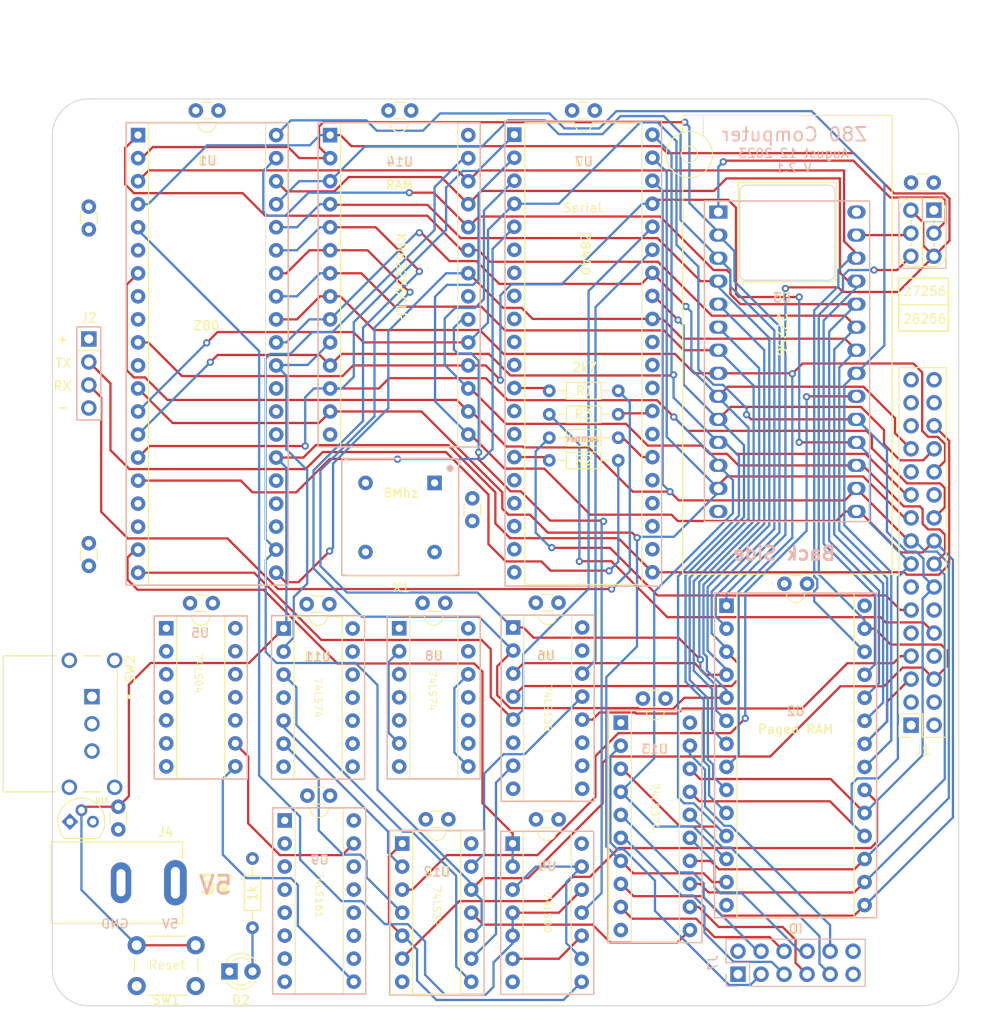
<source format=kicad_pcb>
(kicad_pcb (version 20221018) (generator pcbnew)
  (title_block (title "Z80 CPU Board") (date "2023-04-07") (rev "2"))
  (layers (0 "F.Cu" signal) (1 "In1.Cu" signal "GND") (2 "In2.Cu" signal "PWR") (31 "B.Cu" signal) (34 "B.Paste" user) (35 "F.Paste" user) (36 "B.SilkS" user "B.Silkscreen") (37 "F.SilkS" user "F.Silkscreen") (38 "B.Mask" user) (39 "F.Mask" user) (44 "Edge.Cuts" user))
  (net 0 "")
  (net 1 "GND")
  (net 2 "~{RESET}")
  (net 3 "+5V")
  (net 4 "Net-(D2-A)")
  (net 5 "Net-(J2-Pin_2)")
  (net 6 "Net-(J2-Pin_3)")
  (net 7 "Net-(SW2-B)")
  (net 8 "Net-(J7-Pin_3)")
  (net 9 "/A11")
  (net 10 "/A12")
  (net 11 "/A13")
  (net 12 "/A14")
  (net 13 "4Mhz")
  (net 14 "/D4")
  (net 15 "/D3")
  (net 16 "/D5")
  (net 17 "/D6")
  (net 18 "/D2")
  (net 19 "/D7")
  (net 20 "/D0")
  (net 21 "/D1")
  (net 22 "~{INT}")
  (net 23 "Net-(J7-Pin_4)")
  (net 24 "~{MREQ}")
  (net 25 "~{IORQ}")
  (net 26 "~{RD}")
  (net 27 "~{WR}")
  (net 28 "Net-(J7-Pin_5)")
  (net 29 "~{M1}")
  (net 30 "Net-(J7-Pin_6)")
  (net 31 "/A0")
  (net 32 "/A1")
  (net 33 "/A2")
  (net 34 "/A3")
  (net 35 "/A4")
  (net 36 "/A5")
  (net 37 "/A6")
  (net 38 "/A7")
  (net 39 "/A8")
  (net 40 "/A9")
  (net 41 "/A10")
  (net 42 "~{RAM_CE}")
  (net 43 "~{ROM_CE}")
  (net 44 "Net-(U4-Pad13)")
  (net 45 "Net-(U4-Pad10)")
  (net 46 "Net-(J7-Pin_7)")
  (net 47 "Net-(J7-Pin_8)")
  (net 48 "8Mhz")
  (net 49 "Net-(J7-Pin_9)")
  (net 50 "~{MS_MEM_EN}")
  (net 51 "~{LS_MEM_EN}")
  (net 52 "Net-(J7-Pin_10)")
  (net 53 "~{PORT 30}")
  (net 54 "~{PORT 00}")
  (net 55 "BAUD_CLK")
  (net 56 "Net-(U7-RxDA)")
  (net 57 "Net-(U7-TxDA)")
  (net 58 "Net-(U7-RxDB)")
  (net 59 "Net-(U7-TxDB)")
  (net 64 "Net-(U9-~{PE})")
  (net 65 "307.2Khz")
  (net 66 "Net-(U9-TC)")
  (net 73 "Net-(U8A-D)")
  (net 74 "Net-(U8B-D)")
  (net 76 "/A15")
  (net 77 "~{PORT 10}")
  (net 78 "~{PORT 70}")
  (net 81 "Net-(U11A-C)")
  (net 82 "Net-(U11A-Q)")
  (net 83 "Net-(U11A-~{Q})")
  (net 87 "~{PORT 20}")
  (net 91 "Net-(U13-Cp)")
  (net 104 "RX_2")
  (net 105 "TX_2")
  (net 106 "ROM_01")
  (net 107 "ROM_27")
  (footprint "Connector_PinHeader_2.54mm:PinHeader_1x04_P2.54mm_Vertical" (layer "F.Cu") (at 90.0176 71.6012)
    (fp_text reference "J2")
    (fp_text value "Conn_01x04_Male")
  )
  (footprint "Capacitor_THT:C_Disc_D3.0mm_W1.6mm_P2.50mm" (layer "F.Cu") (at 104.3232 46.415 180)
    (fp_text reference "C3" hide)
    (fp_text value "0.1UC")
  )
  (footprint "Resistor_THT:R_Axial_DIN0204_L3.6mm_D1.6mm_P7.62mm_Horizontal" (layer "F.Cu") (at 140.8176 84.9976)
    (fp_text reference "R2")
    (fp_text value "2k7")
  )
  (footprint "Resistor_THT:R_Axial_DIN0204_L3.6mm_D1.6mm_P7.62mm_Horizontal" (layer "F.Cu") (at 140.8176 77.3176)
    (fp_text reference "R1")
    (fp_text value "2k7")
  )
  (footprint "Capacitor_THT:C_Disc_D3.0mm_W1.6mm_P2.50mm" (layer "F.Cu") (at 123.083 46.415)
    (fp_text reference "C2" hide)
    (fp_text value "0.1UC" hide)
  )
  (footprint "Resistor_THT:R_Axial_DIN0204_L3.6mm_D1.6mm_P7.62mm_Horizontal" (layer "F.Cu") (at 108.077 136.525 90)
    (fp_text reference "R5" hide)
    (fp_text value "1k")
  )
  (footprint "MountingHole:MountingHole_3.2mm_M3" (layer "F.Cu") (at 90 141.14)
    (fp_text reference "H4" hide)
    (fp_text value "MountingHole")
  )
  (footprint "Capacitor_THT:C_Disc_D3.0mm_W1.6mm_P2.50mm" (layer "F.Cu") (at 93.2688 123.19 -90)
    (fp_text reference "C1" hide)
    (fp_text value "150pF")
  )
  (footprint "Package_DIP:DIP-40_W15.24mm_Socket" (layer "F.Cu") (at 95.4482 49.1236)
    (fp_text reference "U1")
    (fp_text value "Z80CPU")
  )
  (footprint "Package_DIP:DIP-40_W15.24mm" (layer "F.Cu") (at 136.965 49.0736)
    (fp_text reference "U7")
    (fp_text value "Z8440" hide)
  )
  (footprint "Capacitor_THT:C_Disc_D3.0mm_W1.6mm_P2.50mm" (layer "F.Cu") (at 145.84 46.415 180)
    (fp_text reference "C4" hide)
    (fp_text value "0.1UC" hide)
  )
  (footprint "Package_DIP:DIP-28_W15.24mm" (layer "F.Cu") (at 116.645 49.1236)
    (fp_text reference "U14")
    (fp_text value "KM62256CLP")
  )
  (footprint "Package_DIP:DIP-20_W7.62mm_Socket" (layer "F.Cu") (at 148.717 113.924)
    (fp_text reference "U13")
    (fp_text value "74LS374")
  )
  (footprint "Capacitor_THT:C_Disc_D3.0mm_W1.6mm_P2.50mm" (layer "F.Cu") (at 114.056 100.848)
    (fp_text reference "C5" hide)
    (fp_text value "0.1UC")
  )
  (footprint "Capacitor_THT:C_Disc_D3.0mm_W1.6mm_P2.50mm" (layer "F.Cu") (at 90.0176 96.627 90)
    (fp_text reference "C17" hide)
    (fp_text value "0.1UC")
  )
  (footprint "Package_DIP:DIP-14_W7.62mm_Socket" (layer "F.Cu") (at 98.562 103.5)
    (fp_text reference "U5")
    (fp_text value "74LS04")
  )
  (footprint "Package_DIP:DIP-28_W15.24mm_Socket" (layer "F.Cu") (at 160.375 101.015)
    (fp_text reference "U2")
    (fp_text value "KM62256CLP")
  )
  (footprint "Package_DIP:DIP-16_W7.62mm_Socket" (layer "F.Cu") (at 111.633 124.704)
    (fp_text reference "U9")
    (fp_text value "74LS161")
  )
  (footprint "Socket:DIP_Socket-28_W11.9_W12.7_W15.24_W17.78_W18.5_3M_228-1277-00-0602J" (layer "F.Cu") (at 159.4775 57.61)
    (fp_text reference "U3")
    (fp_text value "27256")
  )
  (footprint "MountingHole:MountingHole_3.2mm_M3" (layer "F.Cu") (at 182 49.14)
    (fp_text reference "H2" hide)
    (fp_text value "MountingHole")
  )
  (footprint "Resistor_THT:R_Axial_DIN0204_L3.6mm_D1.6mm_P7.62mm_Horizontal" (layer "F.Cu") (at 148.4376 79.9176 180)
    (fp_text reference "R3")
    (fp_text value "2k7")
  )
  (footprint "Oscillator:Oscillator_DIP-8" (layer "F.Cu") (at 128.1684 87.4776 180)
    (fp_text reference "X1")
    (fp_text value "CXO_DIP8")
  )
  (footprint "Package_TO_SOT_THT:TO-92" (layer "F.Cu") (at 87.9348 124.841)
    (fp_text reference "U15")
    (fp_text value "DS1233")
  )
  (footprint "LED_THT:LED_D3.0mm" (layer "F.Cu") (at 105.537 141.351)
    (fp_text reference "D2")
    (fp_text value "LED")
  )
  (footprint "Resistor_THT:R_Axial_DIN0204_L3.6mm_D1.6mm_P7.62mm_Horizontal" (layer "F.Cu") (at 148.4376 82.4992 180)
    (fp_text reference "R4" hide)
    (fp_text value "2k7")
  )
  (footprint "Capacitor_THT:C_Disc_D3.0mm_W1.6mm_P2.50mm" (layer "F.Cu") (at 101.1882 100.7364)
    (fp_text reference "C12" hide)
    (fp_text value "0.1UC")
  )
  (footprint "Package_DIP:DIP-14_W7.62mm_Socket" (layer "F.Cu") (at 111.506 103.5354)
    (fp_text reference "U11")
    (fp_text value "74LS74")
  )
  (footprint "Capacitor_THT:C_Disc_D3.0mm_W1.6mm_P2.50mm" (layer "F.Cu") (at 127.1934 124.5728)
    (fp_text reference "C14" hide)
    (fp_text value "0.1UC")
  )
  (footprint "Capacitor_THT:C_Disc_D3.0mm_W1.6mm_P2.50mm" (layer "F.Cu") (at 141.859 124.587 180)
    (fp_text reference "C6" hide)
    (fp_text value "0.1UC")
  )
  (footprint "Capacitor_THT:C_Disc_D3.0mm_W1.6mm_P2.50mm" (layer "F.Cu") (at 139.339 100.6906)
    (fp_text reference "C7" hide)
    (fp_text value "0.1UC")
  )
  (footprint "Capacitor_THT:C_Disc_D3.0mm_W1.6mm_P2.50mm" (layer "F.Cu") (at 90.0176 59.5176 90)
    (fp_text reference "C16" hide)
    (fp_text value "0.1UC")
  )
  (footprint "Button_Switch_THT:SW_THT_SK-12F17-G_7-0" (layer "F.Cu") (at 86.868 114.046 -90)
    (fp_text reference "SW2")
    (fp_text value "SW_SPDT" hide)
  )
  (footprint "Package_DIP:DIP-14_W7.62mm_Socket" (layer "F.Cu") (at 136.779 127.254)
    (fp_text reference "U4")
    (fp_text value "74LS00")
  )
  (footprint "Button_Switch_THT:SW_PUSH_6mm_H4.3mm" (layer "F.Cu") (at 95.302 138.466)
    (fp_text reference "SW1")
    (fp_text value "SW_Push")
  )
  (footprint "Package_DIP:DIP-16_W7.62mm_Socket" (layer "F.Cu") (at 136.8398 103.4238)
    (fp_text reference "U6")
    (fp_text value "74LS138")
  )
  (footprint "Capacitor_THT:C_Disc_D3.0mm_W1.6mm_P2.50mm" (layer "F.Cu") (at 151.15 111.257)
    (fp_text reference "C9" hide)
    (fp_text value "0.1UC")
  )
  (footprint "Capacitor_THT:C_Disc_D3.0mm_W1.6mm_P2.50mm" (layer "F.Cu") (at 166.771 98.6028)
    (fp_text reference "C13" hide)
    (fp_text value "0.1UC")
  )
  (footprint "Capacitor_THT:C_Disc_D3.0mm_W1.6mm_P2.50mm" (layer "F.Cu") (at 180.741 54.356)
    (fp_text reference "C8" hide)
    (fp_text value "0.1UC")
  )
  (footprint "MountingHole:MountingHole_3.2mm_M3" (layer "F.Cu") (at 182 141.14)
    (fp_text reference "H1" hide)
    (fp_text value "MountingHole")
  )
  (footprint "Connector_PinSocket_2.54mm:PinSocket_2x16_P2.54mm_Vertical" (layer "F.Cu") (at 180.7464 114.1984 180)
    (fp_text reference "J1")
    (fp_text value "Conn_01x32_Pin")
  )
  (footprint "Capacitor_THT:C_Disc_D3.0mm_W1.6mm_P2.50mm" (layer "F.Cu") (at 126.8422 100.718)
    (fp_text reference "C10" hide)
    (fp_text value "0.1UC")
  )
  (footprint "Connector_BarrelJack:BarrelJack_CUI_PJ-037A" (layer "F.Cu") (at 99.568 131.572 180)
    (fp_text reference "J4")
    (fp_text value "Jack-DC")
  )
  (footprint "MountingHole:MountingHole_3.2mm_M3" (layer "F.Cu") (at 90 49.14)
    (fp_text reference "H3" hide)
    (fp_text value "MountingHole")
  )
  (footprint "Capacitor_THT:C_Disc_D3.0mm_W1.6mm_P2.50mm" (layer "F.Cu") (at 114.1322 121.9658)
    (fp_text reference "C11" hide)
    (fp_text value "0.1UC")
  )
  (footprint "Package_DIP:DIP-14_W7.62mm_Socket" (layer "F.Cu") (at 124.2668 103.507)
    (fp_text reference "U8")
    (fp_text value "74LS74")
  )
  (footprint "Capacitor_THT:C_Disc_D3.0mm_W1.6mm_P2.50mm" (layer "F.Cu") (at 132.334 91.674 90)
    (fp_text reference "C15" hide)
    (fp_text value "0.1UC")
  )
  (footprint "Package_DIP:DIP-14_W7.62mm_Socket" (layer "F.Cu") (at 124.597 127.249)
    (fp_text reference "U12")
    (fp_text value "74LS32")
  )
  (footprint "Connector_PinSocket_2.54mm:PinSocket_2x06_P2.54mm_Vertical" (layer "B.Cu") (at 161.65 141.665 -90)
    (fp_text reference "J7")
    (fp_text value "Conn_01x12_Male")
  )
  (footprint "Connector_PinHeader_2.54mm:PinHeader_2x03_P2.54mm_Vertical" (layer "B.Cu") (at 183.261 57.404 180)
    (fp_text reference "J3" hide)
    (fp_text value "Conn_02x03_Odd_Even")
  )
  (gr_rect (start 135.9408 47.5488) (end 153.2128 98.8568) (stroke (width 0.15)) (fill none) (layer "B.SilkS"))
  (gr_rect (start 110.1752 102.118) (end 120.4368 120.152) (stroke (width 0.15)) (fill none) (layer "B.SilkS"))
  (gr_rect (start 110.303 123.314) (end 120.5646 143.8372) (stroke (width 0.15)) (fill none) (layer "B.SilkS"))
  (gr_circle (center 129.8702 85.8774) (end 130.179204 85.8774) (stroke (width 0.15)) (fill solid) (layer "B.SilkS"))
  (gr_rect (start 122.936 102.1404) (end 133.1976 120.1236) (stroke (width 0.15)) (fill none) (layer "B.SilkS"))
  (gr_line (start 157.667 112.52) (end 157.667 138.174) (stroke (width 0.15)) (layer "B.SilkS"))
  (gr_line (start 147.253 112.52) (end 157.667 112.52) (stroke (width 0.15)) (layer "B.SilkS"))
  (gr_rect (start 94.1324 47.752) (end 112.014 98.7552) (stroke (width 0.15)) (fill none) (layer "B.SilkS"))
  (gr_rect (start 88.6968 70.2704) (end 91.3384 80.532) (stroke (width 0.15)) (fill none) (layer "B.SilkS"))
  (gr_line (start 157.667 138.174) (end 147.253 138.174) (stroke (width 0.15)) (layer "B.SilkS"))
  (gr_rect (start 117.9322 84.7852) (end 130.8354 97.6884) (stroke (width 0.15)) (fill none) (layer "B.SilkS"))
  (gr_rect (start 115.316 47.752) (end 133.1976 83.5152) (stroke (width 0.15)) (fill none) (layer "B.SilkS"))
  (gr_line (start 147.253 138.174) (end 147.253 112.52) (stroke (width 0.15)) (layer "B.SilkS"))
  (gr_rect (start 97.2312 102.1588) (end 107.4928 120.142) (stroke (width 0.15)) (fill none) (layer "B.SilkS"))
  (gr_rect (start 123.211 125.792) (end 133.625 143.953) (stroke (width 0.15)) (fill none) (layer "B.SilkS"))
  (gr_rect (start 135.509 102.0622) (end 145.7706 122.5854) (stroke (width 0.15)) (fill none) (layer "B.SilkS"))
  (gr_rect (start 135.4674 125.9008) (end 145.729 143.884) (stroke (width 0.15)) (fill none) (layer "B.SilkS"))
  (gr_rect (start 157.9372 56.388) (end 176.1744 91.7448) (stroke (width 0.15)) (fill none) (layer "B.SilkS"))
  (gr_rect (start 159.0548 99.6188) (end 176.9364 135.4328) (stroke (width 0.15)) (fill none) (layer "B.SilkS"))
  (gr_line (start 183.261 56.134) (end 180.721 56.134) (stroke (width 0.15)) (layer "F.SilkS"))
  (gr_line (start 184.521974 57.413026) (end 184.531 62.357) (stroke (width 0.15)) (layer "F.SilkS"))
  (gr_line (start 180.721 63.627) (end 183.261 63.627) (stroke (width 0.15)) (layer "F.SilkS"))
  (gr_line (start 183.2864 58.4835) (end 183.2864 58.8645) (stroke (width 0.15)) (layer "F.SilkS"))
  (gr_line (start 183.2864 61.0235) (end 183.2864 61.4045) (stroke (width 0.15)) (layer "F.SilkS"))
  (gr_line (start 184.8485 70.739) (end 184.8485 64.897) (stroke (width 0.15)) (layer "F.SilkS"))
  (gr_line (start 161.671 54.356) (end 172.466 54.356) (stroke (width 0.15)) (layer "F.SilkS"))
  (gr_circle (center 129.8702 85.8774) (end 129.561196 85.8774) (stroke (width 0.15)) (fill solid) (layer "F.SilkS"))
  (gr_line (start 179.3875 70.739) (end 184.8485 70.739) (stroke (width 0.15)) (layer "F.SilkS"))
  (gr_line (start 179.3875 64.897) (end 179.3875 70.739) (stroke (width 0.15)) (layer "F.SilkS"))
  (gr_arc (start 184.531 62.357) (mid 184.159026 63.255026) (end 183.261 63.627) (stroke (width 0.15)) (layer "F.SilkS"))
  (gr_line (start 179.3875 67.818) (end 184.8485 67.818) (stroke (width 0.15)) (layer "F.SilkS"))
  (gr_arc (start 180.730026 63.617974) (mid 179.832 63.246) (end 179.460026 62.347974) (stroke (width 0.15)) (layer "F.SilkS"))
  (gr_line (start 161.671 65.278) (end 161.671 54.356) (stroke (width 0.15)) (layer "F.SilkS"))
  (gr_arc (start 179.451 57.404) (mid 179.822974 56.505974) (end 180.721 56.134) (stroke (width 0.15)) (layer "F.SilkS"))
  (gr_line (start 179.451 57.404) (end 179.460026 62.347974) (stroke (width 0.15)) (layer "F.SilkS"))
  (gr_line (start 180.7464 58.4835) (end 180.7464 58.8645) (stroke (width 0.15)) (layer "F.SilkS"))
  (gr_line (start 180.7464 61.0108) (end 180.7464 61.3918) (stroke (width 0.15)) (layer "F.SilkS"))
  (gr_line (start 184.8485 64.897) (end 179.3875 64.897) (stroke (width 0.15)) (layer "F.SilkS"))
  (gr_line (start 172.466 54.356) (end 172.466 65.278) (stroke (width 0.15)) (layer "F.SilkS"))
  (gr_line (start 181.991 56.134) (end 181.991 63.627) (stroke (width 0.15)) (layer "F.SilkS"))
  (gr_arc (start 183.251974 56.143026) (mid 184.15 56.515) (end 184.521974 57.413026) (stroke (width 0.15)) (layer "F.SilkS"))
  (gr_line (start 172.466 65.278) (end 161.671 65.278) (stroke (width 0.15)) (layer "F.SilkS"))
  (gr_arc (start 86 49.14) (mid 87.171573 46.311573) (end 90 45.14) (stroke (width 0.1)) (layer "Edge.Cuts"))
  (gr_line (start 90 145.14) (end 182 145.14) (stroke (width 0.1)) (layer "Edge.Cuts"))
  (gr_arc (start 161.8488 55.2958) (mid 162.058562 54.827341) (end 162.5346 54.6354) (stroke (width 0.1)) (layer "Edge.Cuts"))
  (gr_line (start 161.8488 64.4652) (end 161.8488 55.2958) (stroke (width 0.1)) (layer "Edge.Cuts"))
  (gr_arc (start 186 141.14) (mid 184.828427 143.968427) (end 182 145.14) (stroke (width 0.1)) (layer "Edge.Cuts"))
  (gr_line (start 171.6786 65.1256) (end 162.5092 65.1256) (stroke (width 0.1)) (layer "Edge.Cuts"))
  (gr_line (start 182 45.14) (end 90 45.14) (stroke (width 0.1)) (layer "Edge.Cuts"))
  (gr_arc (start 171.6786 54.6354) (mid 172.145573 54.828827) (end 172.339 55.2958) (stroke (width 0.1)) (layer "Edge.Cuts"))
  (gr_line (start 172.339 55.2958) (end 172.339 64.4652) (stroke (width 0.1)) (layer "Edge.Cuts"))
  (gr_arc (start 172.339 64.4652) (mid 172.145573 64.932173) (end 171.6786 65.1256) (stroke (width 0.1)) (layer "Edge.Cuts"))
  (gr_line (start 162.5346 54.6354) (end 171.6786 54.6354) (stroke (width 0.1)) (layer "Edge.Cuts"))
  (gr_arc (start 162.5092 65.1256) (mid 162.042227 64.932173) (end 161.8488 64.4652) (stroke (width 0.1)) (layer "Edge.Cuts"))
  (gr_line (start 186 141.14) (end 186 49.14) (stroke (width 0.1)) (layer "Edge.Cuts"))
  (gr_arc (start 90 145.14) (mid 87.171573 143.968427) (end 86 141.14) (stroke (width 0.1)) (layer "Edge.Cuts"))
  (gr_line locked (start 86 49.14) (end 86 141.14) (stroke (width 0.1)) (layer "Edge.Cuts"))
  (gr_arc (start 182 45.14) (mid 184.828427 46.311573) (end 186 49.14) (stroke (width 0.1)) (layer "Edge.Cuts"))
  (gr_text "U9" (at 115.51 129.0544) (layer "B.SilkS") (effects (font (size 1 1)) (justify mirror)))
  (gr_text "GND" (at 92.9 136.1) (layer "B.SilkS") (effects (font (size 1 1)) (justify mirror)))
  (gr_text "August 12 2023\nV 2.1" (at 167.767 51.943) (layer "B.SilkS") (effects (font (size 1 1)) (justify mirror)))
  (gr_text "U4" (at 140.6236 129.7616) (layer "B.SilkS") (effects (font (size 1 1)) (justify mirror)))
  (gr_text "U1" (at 103.124 51.943) (layer "B.SilkS") (effects (font (size 1 1)) (justify mirror)))
  (gr_text "U3" (at 166.497 67.056) (layer "B.SilkS") (effects (font (size 1 1)) (justify mirror)))
  (gr_text "U8" (at 128.0922 106.56) (layer "B.SilkS") (effects (font (size 1 1)) (justify mirror)))
  (gr_text "U7" (at 144.653 52.07) (layer "B.SilkS") (effects (font (size 1 1)) (justify mirror)))
  (gr_text "Z80 Computer" (at 167.867 49.043) (layer "B.SilkS") (effects (font (size 1.5 1.5) (thickness 0.2)) (justify mirror)))
  (gr_text "U11" (at 115.2806 106.6392) (layer "B.SilkS") (effects (font (size 1 1)) (justify mirror)))
  (gr_text "U14" (at 124.333 52.07) (layer "B.SilkS") (effects (font (size 1 1)) (justify mirror)))
  (gr_text "U2" (at 168.021 112.649) (layer "B.SilkS") (effects (font (size 1 1)) (justify mirror)))
  (gr_text "IO" (at 168.021 136.652) (layer "B.SilkS") (effects (font (size 1 1)) (justify mirror)))
  (gr_text "U13" (at 152.46 116.838) (layer "B.SilkS") (effects (font (size 1 1)) (justify mirror)))
  (gr_text "U6" (at 140.462 106.5326) (layer "B.SilkS") (effects (font (size 1 1)) (justify mirror)))
  (gr_text "5V" (at 99 136.1) (layer "B.SilkS") (effects (font (size 1 1)) (justify mirror)))
  (gr_text "Jumper" (at 146.5 83) (layer "B.SilkS") (effects (font (size 0.7 0.7)) (justify left bottom mirror)))
  (gr_text "U12" (at 128.418 130.364) (layer "B.SilkS") (effects (font (size 1 1)) (justify mirror)))
  (gr_text "U5" (at 102.3112 104.0384) (layer "B.SilkS") (effects (font (size 1 1)) (justify mirror)))
  (gr_text "5V" (at 106 133) (layer "B.SilkS") (effects (font (size 2 2) (thickness 0.3)) (justify left bottom mirror)))
  (gr_text "Back Side" (at 166.7256 95.25) (layer "B.SilkS") (effects (font (size 1.5 1.5) (thickness 0.3)) (justify mirror)))
  (gr_text "KM62256CLP" (at 124.46 64.77 270) (layer "F.SilkS") (effects (font (size 1 1))))
  (gr_text "27256" (at 179.7685 66.929) (layer "F.SilkS") (effects (font (size 1 1)) (justify left bottom)))
  (gr_text "RX" (at 87.0982 76.7836) (layer "F.SilkS") (effects (font (size 1 1))))
  (gr_text "Z8440" (at 144.78 62.23 270) (layer "F.SilkS") (effects (font (size 1 1))))
  (gr_text "74LS74" (at 127.9412 110.37 270) (layer "F.SilkS") (effects (font (size 0.8 0.8) (thickness 0.1))))
  (gr_text "74LS161" (at 115.443 132.8644 270) (layer "F.SilkS") (effects (font (size 0.8 0.8) (thickness 0.1))))
  (gr_text "Z80" (at 103 70.14) (layer "F.SilkS") (effects (font (size 1 1))))
  (gr_text "74LS00" (at 140.6326 134.9016 270) (layer "F.SilkS") (effects (font (size 0.8 0.8) (thickness 0.1))))
  (gr_text "RAM" (at 124.27 54.61) (layer "F.SilkS") (effects (font (size 1 1))))
  (gr_text "5V" (at 102 133) (layer "F.SilkS") (effects (font (size 2 2) (thickness 0.3)) (justify left bottom)))
  (gr_text "Serial" (at 144.5 57.15) (layer "F.SilkS") (effects (font (size 1 1))))
  (gr_text "74LS32" (at 128.397 134.174 270) (layer "F.SilkS") (effects (font (size 0.8 0.8) (thickness 0.1))))
  (gr_text "74LS74" (at 115.306 111.1604 270) (layer "F.SilkS") (effects (font (size 0.8 0.8) (thickness 0.1))))
  (gr_text "27256" (at 166.497 71.12 270) (layer "F.SilkS") (effects (font (size 1 1))))
  (gr_text "-" (at 87.122 79.135) (layer "F.SilkS") (effects (font (size 1 1))))
  (gr_text "8Mhz" (at 124.46 88.5952) (layer "F.SilkS") (effects (font (size 1 1))))
  (gr_text "IO" (at 168 136.652) (layer "F.SilkS") (effects (font (size 1 1))))
  (gr_text "2k7" (at 143.256 75.311) (layer "F.SilkS") (effects (font (size 1 1)) (justify left bottom)))
  (gr_text "+" (at 87.122 71.6012) (layer "F.SilkS") (effects (font (size 1 1))))
  (gr_text "74LS138" (at 140.665 112.3238 270) (layer "F.SilkS") (effects (font (size 0.8 0.8) (thickness 0.1))))
  (gr_text "Reset" (at 98.6536 140.6398) (layer "F.SilkS") (effects (font (size 1 1) (thickness 0.1))))
  (gr_text "Paged RAM" (at 168 114.64) (layer "F.SilkS") (effects (font (size 1 1))))
  (gr_text "74LS04" (at 102.118 108.4834 270) (layer "F.SilkS") (effects (font (size 0.8 0.8) (thickness 0.1))))
  (gr_text "74LS374" (at 152.4754 123.188 270) (layer "F.SilkS") (effects (font (size 0.8 0.8) (thickness 0.1))))
  (gr_text "TX" (at 87.1982 74.2836) (layer "F.SilkS") (effects (font (size 1 1))))
  (gr_text "28256" (at 179.7685 69.977) (layer "F.SilkS") (effects (font (size 1 1)) (justify left bottom)))
  (gr_text "Jumper" (at 142.621 82.9564) (layer "F.SilkS") (effects (font (size 0.7 0.7)) (justify left bottom)))
  (segment (start 113.6904 84.6836) (end 115.062 83.312) (width 0.25) (layer "F.Cu") (net 2))
  (segment (start 115.062 83.312) (end 129.667 83.312) (width 0.25) (layer "F.Cu") (net 2))
  (segment (start 101.802 138.466) (end 95.302 138.466) (width 0.25) (layer "F.Cu") (net 2))
  (segment (start 148.445 93.5736) (end 152.205 97.3336) (width 0.25) (layer "F.Cu") (net 2))
  (segment (start 111.506 103.5354) (end 111.501 103.5354) (width 0.25) (layer "F.Cu") (net 2))
  (segment (start 180.2705 97.6045) (end 179.9996 97.3336) (width 0.25) (layer "F.Cu") (net 2))
  (segment (start 136.4996 93.5736) (end 148.445 93.5736) (width 0.25) (layer "F.Cu") (net 2))
  (segment (start 184.949 82.841) (end 184.949 96.4621) (width 0.25) (layer "F.Cu") (net 2))
  (segment (start 107.696 107.3404) (end 96.8248 107.3404) (width 0.25) (layer "F.Cu") (net 2))
  (segment (start 94.4372 109.728) (end 94.4372 122.0216) (width 0.25) (layer "F.Cu") (net 2))
  (segment (start 89.5858 123.19) (end 89.2048 123.571) (width 0.25) (layer "F.Cu") (net 2))
  (segment (start 94.4372 122.0216) (end 93.2688 123.19) (width 0.25) (layer "F.Cu") (net 2))
  (segment (start 184.949 96.4621) (end 183.8066 97.6045) (width 0.25) (layer "F.Cu") (net 2))
  (segment (start 110.6882 84.6836) (end 113.6904 84.6836) (width 0.25) (layer "F.Cu") (net 2))
  (segment (start 129.667 83.312) (end 134.874 88.519) (width 0.25) (layer "F.Cu") (net 2))
  (segment (start 152.205 97.3336) (end 153.3301 97.3336) (width 0.25) (layer "F.Cu") (net 2))
  (segment (start 111.501 103.5354) (end 107.696 107.3404) (width 0.25) (layer "F.Cu") (net 2))
  (segment (start 96.8248 107.3404) (end 94.4372 109.728) (width 0.25) (layer "F.Cu") (net 2))
  (segment (start 179.9996 97.3336) (end 153.3301 97.3336) (width 0.25) (layer "F.Cu") (net 2))
  (segment (start 134.874 88.519) (end 134.874 91.948) (width 0.25) (layer "F.Cu") (net 2))
  (segment (start 134.874 91.948) (end 136.4996 93.5736) (width 0.25) (layer "F.Cu") (net 2))
  (segment (start 183.2864 81.1784) (end 184.949 82.841) (width 0.25) (layer "F.Cu") (net 2))
  (segment (start 93.2688 123.19) (end 89.5858 123.19) (width 0.25) (layer "F.Cu") (net 2))
  (segment (start 183.8066 97.6045) (end 180.2705 97.6045) (width 0.25) (layer "F.Cu") (net 2))
  (segment (start 110.6932 84.6836) (end 111.8134 85.8038) (width 0.25) (layer "B.Cu") (net 2))
  (segment (start 111.8134 103.228) (end 111.506 103.5354) (width 0.25) (layer "B.Cu") (net 2))
  (segment (start 111.8134 85.8038) (end 111.8134 103.228) (width 0.25) (layer "B.Cu") (net 2))
  (segment (start 89.2048 132.3688) (end 89.2048 123.571) (width 0.25) (layer "B.Cu") (net 2))
  (segment (start 110.6882 84.6836) (end 110.6932 84.6836) (width 0.25) (layer "B.Cu") (net 2))
  (segment (start 95.302 138.466) (end 89.2048 132.3688) (width 0.25) (layer "B.Cu") (net 2))
  (segment (start 108.077 136.525) (end 108.077 141.351) (width 0.25) (layer "B.Cu") (net 4))
  (segment (start 147.3962 97.155) (end 140.97 97.155) (width 0.25) (layer "F.Cu") (net 5))
  (segment (start 139.954 96.139) (end 136.017 96.139) (width 0.25) (layer "F.Cu") (net 5))
  (segment (start 92.4052 76.5188) (end 90.0276 74.1412) (width 0.25) (layer "F.Cu") (net 5))
  (segment (start 90.0276 74.1412) (end 90.0176 74.1412) (width 0.25) (layer "F.Cu") (net 5))
  (segment (start 136.017 96.139) (end 134.112 94.234) (width 0.25) (layer "F.Cu") (net 5))
  (segment (start 92.4052 76.5188) (end 92.4052 83.8708) (width 0.25) (layer "F.Cu") (net 5))
  (segment (start 134.112 94.234) (end 134.112 88.773) (width 0.25) (layer "F.Cu") (net 5))
  (segment (start 140.97 97.155) (end 139.954 96.139) (width 0.25) (layer "F.Cu") (net 5))
  (segment (start 147.4216 97.1804) (end 147.3962 97.155) (width 0.25) (layer "F.Cu") (net 5))
  (segment (start 134.112 88.773) (end 129.413 84.074) (width 0.25) (layer "F.Cu") (net 5))
  (segment (start 129.413 84.074) (end 115.824 84.074) (width 0.25) (layer "F.Cu") (net 5))
  (segment (start 94.488 85.9536) (end 92.4052 83.8708) (width 0.25) (layer "F.Cu") (net 5))
  (segment (start 115.824 84.074) (end 113.9444 85.9536) (width 0.25) (layer "F.Cu") (net 5))
  (segment (start 113.9444 85.9536) (end 94.488 85.9536) (width 0.25) (layer "F.Cu") (net 5))
  (via (at 147.4216 97.1804) (size 0.8) (drill 0.4) (layers "F.Cu" "B.Cu") (net 5))
  (segment (start 147.4216 97.1804) (end 148.4376 96.1644) (width 0.25) (layer "B.Cu") (net 5))
  (segment (start 148.4376 96.1644) (end 148.4376 84.9976) (width 0.25) (layer "B.Cu") (net 5))
  (segment (start 110.8971 99.187) (end 105.3091 93.599) (width 0.25) (layer "F.Cu") (net 6))
  (segment (start 91.3824 78.046) (end 90.0176 76.6812) (width 0.25) (layer "F.Cu") (net 6))
  (segment (start 147.701 99.187) (end 110.8971 99.187) (width 0.25) (layer "F.Cu") (net 6))
  (segment (start 105.3091 93.599) (end 94.3102 93.599) (width 0.25) (layer "F.Cu") (net 6))
  (segment (start 94.3102 93.599) (end 91.3824 90.6712) (width 0.25) (layer "F.Cu") (net 6))
  (segment (start 91.3824 90.6712) (end 91.3824 78.046) (width 0.25) (layer "F.Cu") (net 6))
  (via (at 147.701 99.187) (size 0.8) (drill 0.4) (layers "F.Cu" "B.Cu") (net 6))
  (segment (start 149.7076 97.2312) (end 149.7076 78.5876) (width 0.25) (layer "B.Cu") (net 6))
  (segment (start 147.701 99.187) (end 147.7518 99.187) (width 0.25) (layer "B.Cu") (net 6))
  (segment (start 147.7518 99.187) (end 149.7076 97.2312) (width 0.25) (layer "B.Cu") (net 6))
  (segment (start 149.7076 78.5876) (end 148.4376 77.3176) (width 0.25) (layer "B.Cu") (net 6))
  (segment (start 152.4819 131.3315) (end 149.0444 127.894) (width 0.25) (layer "B.Cu") (net 8))
  (segment (start 148.3239 127.894) (end 147.5712 127.1413) (width 0.25) (layer "B.Cu") (net 8))
  (segment (start 149.0444 127.894) (end 148.3239 127.894) (width 0.25) (layer "B.Cu") (net 8))
  (segment (start 163.0148 142.8402) (end 160.652 142.8402) (width 0.25) (layer "B.Cu") (net 8))
  (segment (start 160.652 142.8402) (end 152.4819 134.6701) (width 0.25) (layer "B.Cu") (net 8))
  (segment (start 147.5712 117.6098) (end 148.717 116.464) (width 0.25) (layer "B.Cu") (net 8))
  (segment (start 164.19 141.665) (end 163.0148 142.8402) (width 0.25) (layer "B.Cu") (net 8))
  (segment (start 152.4819 134.6701) (end 152.4819 131.3315) (width 0.25) (layer "B.Cu") (net 8))
  (segment (start 147.5712 127.1413) (end 147.5712 117.6098) (width 0.25) (layer "B.Cu") (net 8))
  (segment (start 94.0308 50.541) (end 94.0308 54.5592) (width 0.25) (layer "F.Cu") (net 9))
  (segment (start 127.3556 58.0136) (end 131.1656 61.8236) (width 0.25) (layer "F.Cu") (net 9))
  (segment (start 152.8064 63.0936) (end 134.2801 63.0936) (width 0.25) (layer "F.Cu") (net 9))
  (segment (start 95.4482 49.1236) (end 94.0308 50.541) (width 0.25) (layer "F.Cu") (net 9))
  (segment (start 133.0101 61.8236) (end 131.885 61.8236) (width 0.25) (layer "F.Cu") (net 9))
  (segment (start 94.0308 54.5592) (end 94.996 55.5244) (width 0.25) (layer "F.Cu") (net 9))
  (segment (start 131.1656 61.8236) (end 131.885 61.8236) (width 0.25) (layer "F.Cu") (net 9))
  (segment (start 174.7175 70.31) (end 173.4447 69.0372) (width 0.25) (layer "F.Cu") (net 9))
  (segment (start 109.474 58.0136) (end 127.3556 58.0136) (width 0.25) (layer "F.Cu") (net 9))
  (segment (start 106.9848 55.5244) (end 109.474 58.0136) (width 0.25) (layer "F.Cu") (net 9))
  (segment (start 94.996 55.5244) (end 106.9848 55.5244) (width 0.25) (layer "F.Cu") (net 9))
  (segment (start 173.4447 69.0372) (end 158.75 69.0372) (width 0.25) (layer "F.Cu") (net 9))
  (segment (start 158.75 69.0372) (end 152.8064 63.0936) (width 0.25) (layer "F.Cu") (net 9))
  (segment (start 134.2801 63.0936) (end 133.0101 61.8236) (width 0.25) (layer "F.Cu") (net 9))
  (segment (start 172.2628 93.1672) (end 172.2628 72.7647) (width 0.25) (layer "B.Cu") (net 9))
  (segment (start 177.657 98.5614) (end 172.2628 93.1672) (width 0.25) (layer "B.Cu") (net 9))
  (segment (start 175.6418 113.715) (end 177.657 111.6998) (width 0.25) (layer "B.Cu") (net 9))
  (segment (start 177.657 111.6998) (end 177.657 98.5614) (width 0.25) (layer "B.Cu") (net 9))
  (segment (start 172.2628 72.7647) (end 174.7175 70.31) (width 0.25) (layer "B.Cu") (net 9))
  (segment (start 175.615 113.715) (end 175.6418 113.715) (width 0.25) (layer "B.Cu") (net 9))
  (segment (start 113.2332 51.6636) (end 116.645 51.6636) (width 0.25) (layer "F.Cu") (net 10))
  (segment (start 95.4482 51.6636) (end 95.8596 51.6636) (width 0.25) (layer "F.Cu") (net 10))
  (segment (start 97.0788 50.4444) (end 112.014 50.4444) (width 0.25) (layer "F.Cu") (net 10))
  (segment (start 95.8596 51.6636) (end 97.0788 50.4444) (width 0.25) (layer "F.Cu") (net 10))
  (segment (start 115.89615 47.7012) (end 115.4176 48.17975) (width 0.25) (layer "F.Cu") (net 10))
  (segment (start 115.4176 50.4362) (end 116.645 51.6636) (width 0.25) (layer "F.Cu") (net 10))
  (segment (start 155.7782 47.7012) (end 115.89615 47.7012) (width 0.25) (layer "F.Cu") (net 10))
  (segment (start 115.4176 48.17975) (end 115.4176 50.4362) (width 0.25) (layer "F.Cu") (net 10))
  (segment (start 112.014 50.4444) (end 113.2332 51.6636) (width 0.25) (layer "F.Cu") (net 10))
  (via (at 155.7782 47.7012) (size 0.8) (drill 0.4) (layers "F.Cu" "B.Cu") (net 10))
  (segment (start 160.375 103.555) (end 160.375 103.396204) (width 0.25) (layer "B.Cu") (net 10))
  (segment (start 160.375 103.396204) (end 159.1928 102.214004) (width 0.25) (layer "B.Cu") (net 10))
  (segment (start 159.1928 102.214004) (end 159.1928 99.959096) (width 0.25) (layer "B.Cu") (net 10))
  (segment (start 166.2176 70.2056) (end 161.2525 65.2405) (width 0.25) (layer "B.Cu") (net 10))
  (segment (start 156.2853 56.6258) (end 159.4775 59.818) (width 0.25) (layer "B.Cu") (net 10))
  (segment (start 159.4775 59.818) (end 159.4775 60.15) (width 0.25) (layer "B.Cu") (net 10))
  (segment (start 161.2525 61.925) (end 159.4775 60.15) (width 0.25) (layer "B.Cu") (net 10))
  (segment (start 161.2525 65.2405) (end 161.2525 61.925) (width 0.25) (layer "B.Cu") (net 10))
  (segment (start 159.1928 99.959096) (end 166.2176 92.934296) (width 0.25) (layer "B.Cu") (net 10))
  (segment (start 156.2853 48.2083) (end 156.2853 56.6258) (width 0.25) (layer "B.Cu") (net 10))
  (segment (start 155.7782 47.7012) (end 156.2853 48.2083) (width 0.25) (layer "B.Cu") (net 10))
  (segment (start 166.2176 92.934296) (end 166.2176 70.2056) (width 0.25) (layer "B.Cu") (net 10))
  (segment (start 174.7175 62.69) (end 174.7175 62.1955) (width 0.25) (layer "F.Cu") (net 11))
  (segment (start 173.3419 53.0221) (end 133.0665 53.0221) (width 0.25) (layer "F.Cu") (net 11))
  (segment (start 173.3419 60.8199) (end 173.3419 53.0221) (width 0.25) (layer "F.Cu") (net 11))
  (segment (start 130.6944 53.013) (end 96.6388 53.013) (width 0.25) (layer "F.Cu") (net 11))
  (segment (start 133.0665 53.0221) (end 131.885 54.2036) (width 0.25) (layer "F.Cu") (net 11))
  (segment (start 96.6388 53.013) (end 95.4482 54.2036) (width 0.25) (layer "F.Cu") (net 11))
  (segment (start 131.885 54.2036) (end 130.6944 53.013) (width 0.25) (layer "F.Cu") (net 11))
  (segment (start 174.7175 62.1955) (end 173.3419 60.8199) (width 0.25) (layer "F.Cu") (net 11))
  (segment (start 174.038 62.69) (end 174.7175 62.69) (width 0.25) (layer "B.Cu") (net 11))
  (segment (start 170.053 100.533) (end 170.053 99.411791) (width 0.25) (layer "B.Cu") (net 11))
  (segment (start 170.396 99.068791) (end 170.396 98.136809) (width 0.25) (layer "B.Cu") (net 11))
  (segment (start 170.053 68.453) (end 172.72 65.786) (width 0.25) (layer "B.Cu") (net 11))
  (segment (start 175.615 106.095) (end 170.053 100.533) (width 0.25) (layer "B.Cu") (net 11))
  (segment (start 172.72 65.786) (end 172.72 64.008) (width 0.25) (layer "B.Cu") (net 11))
  (segment (start 170.053 97.793809) (end 170.053 68.453) (width 0.25) (layer "B.Cu") (net 11))
  (segment (start 172.72 64.008) (end 174.038 62.69) (width 0.25) (layer "B.Cu") (net 11))
  (segment (start 170.053 99.411791) (end 170.396 99.068791) (width 0.25) (layer "B.Cu") (net 11))
  (segment (start 170.396 98.136809) (end 170.053 97.793809) (width 0.25) (layer "B.Cu") (net 11))
  (segment (start 184.400396 55.557) (end 184.981 56.137604) (width 0.25) (layer "F.Cu") (net 12))
  (segment (start 174.432 51.115) (end 178.874 55.557) (width 0.25) (layer "F.Cu") (net 12))
  (segment (start 167.005 65.913) (end 172.72 65.913) (width 0.25) (layer "F.Cu") (net 12))
  (segment (start 179.324 66.421) (end 183.261 62.484) (width 0.25) (layer "F.Cu") (net 12))
  (segment (start 182.086 58.769) (end 182.086 61.309) (width 0.25) (layer "F.Cu") (net 12))
  (segment (start 184.981 56.137604) (end 184.981 60.764) (width 0.25) (layer "F.Cu") (net 12))
  (segment (start 153.0858 50.3428) (end 153.858 51.115) (width 0.25) (layer "F.Cu") (net 12))
  (segment (start 178.874 55.557) (end 184.400396 55.557) (width 0.25) (layer "F.Cu") (net 12))
  (segment (start 173.228 66.421) (end 179.324 66.421) (width 0.25) (layer "F.Cu") (net 12))
  (segment (start 184.981 60.764) (end 183.261 62.484) (width 0.25) (layer "F.Cu") (net 12))
  (segment (start 153.858 51.115) (end 174.432 51.115) (width 0.25) (layer "F.Cu") (net 12))
  (segment (start 180.721 57.404) (end 182.086 58.769) (width 0.25) (layer "F.Cu") (net 12))
  (segment (start 118.9893 50.3428) (end 153.0858 50.3428) (width 0.25) (layer "F.Cu") (net 12))
  (segment (start 182.086 61.309) (end 183.261 62.484) (width 0.25) (layer "F.Cu") (net 12))
  (segment (start 117.7701 49.1236) (end 118.9893 50.3428) (width 0.25) (layer "F.Cu") (net 12))
  (segment (start 166.878 66.04) (end 167.005 65.913) (width 0.25) (layer "F.Cu") (net 12))
  (segment (start 116.645 49.1236) (end 117.7701 49.1236) (width 0.25) (layer "F.Cu") (net 12))
  (segment (start 172.72 65.913) (end 173.228 66.421) (width 0.25) (layer "F.Cu") (net 12))
  (via (at 166.878 66.04) (size 0.8) (drill 0.4) (layers "F.Cu" "B.Cu") (net 12))
  (segment (start 114.3948 50.2487) (end 103.0682 50.2487) (width 0.25) (layer "B.Cu") (net 12))
  (segment (start 115.5199 49.1236) (end 114.3948 50.2487) (width 0.25) (layer "B.Cu") (net 12))
  (segment (start 103.0682 50.2487) (end 96.5733 56.7436) (width 0.25) (layer "B.Cu") (net 12))
  (segment (start 166.878 93.218) (end 160.375 99.721) (width 0.25) (layer "B.Cu") (net 12))
  (segment (start 95.4482 56.7436) (end 96.5733 56.7436) (width 0.25) (layer "B.Cu") (net 12))
  (segment (start 116.645 49.1236) (end 115.5199 49.1236) (width 0.25) (layer "B.Cu") (net 12))
  (segment (start 160.375 99.721) (end 160.375 101.015) (width 0.25) (layer "B.Cu") (net 12))
  (segment (start 166.878 66.04) (end 166.878 93.218) (width 0.25) (layer "B.Cu") (net 12))
  (segment (start 132.2324 79.6036) (end 136.0932 83.4644) (width 0.25) (layer "F.Cu") (net 14))
  (segment (start 130.615 78.3336) (end 131.885 79.6036) (width 0.25) (layer "F.Cu") (net 14))
  (segment (start 174.468 132.642) (end 158.4001 132.642) (width 0.25) (layer "F.Cu") (net 14))
  (segment (start 173.4312 89.408) (end 155.102 89.408) (width 0.25) (layer "F.Cu") (net 14))
  (segment (start 94.996 75.8444) (end 96.2152 75.8444) (width 0.25) (layer "F.Cu") (net 14))
  (segment (start 98.7044 78.3336) (end 130.615 78.3336) (width 0.25) (layer "F.Cu") (net 14))
  (segment (start 180.7464 93.8784) (end 180.4924 93.8784) (width 0.25) (layer "F.Cu") (net 14))
  (segment (start 95.4482 64.3686) (end 94.1832 65.6336) (width 0.25) (layer "F.Cu") (net 14))
  (segment (start 150.0278 88.4436) (end 154.1376 88.4436) (width 0.25) (layer "F.Cu") (net 14))
  (segment (start 136.0932 83.4644) (end 137.88315 83.4644) (width 0.25) (layer "F.Cu") (net 14))
  (segment (start 96.2152 75.8444) (end 98.7044 78.3336) (width 0.25) (layer "F.Cu") (net 14))
  (segment (start 131.885 79.6036) (end 132.2324 79.6036) (width 0.25) (layer "F.Cu") (net 14))
  (segment (start 174.7175 88.1035) (end 174.7175 88.09) (width 0.25) (layer "F.Cu") (net 14))
  (segment (start 157.4621 131.704) (end 156.337 131.704) (width 0.25) (layer "F.Cu") (net 14))
  (segment (start 95.4482 64.3636) (end 95.4482 64.3686) (width 0.25) (layer "F.Cu") (net 14))
  (segment (start 155.102 89.408) (end 154.1376 88.4436) (width 0.25) (layer "F.Cu") (net 14))
  (segment (start 180.4924 93.8784) (end 174.7175 88.1035) (width 0.25) (layer "F.Cu") (net 14))
  (segment (start 137.88315 83.4644) (end 137.98475 83.566) (width 0.25) (layer "F.Cu") (net 14))
  (segment (start 94.1832 65.6336) (end 94.1832 75.0316) (width 0.25) (layer "F.Cu") (net 14))
  (segment (start 158.4001 132.642) (end 157.4621 131.704) (width 0.25) (layer "F.Cu") (net 14))
  (segment (start 94.1832 75.0316) (end 94.996 75.8444) (width 0.25) (layer "F.Cu") (net 14))
  (segment (start 145.1502 83.566) (end 150.0278 88.4436) (width 0.25) (layer "F.Cu") (net 14))
  (segment (start 174.7175 88.09) (end 174.7175 88.1217) (width 0.25) (layer "F.Cu") (net 14))
  (segment (start 137.98475 83.566) (end 145.1502 83.566) (width 0.25) (layer "F.Cu") (net 14))
  (segment (start 175.615 131.495) (end 174.468 132.642) (width 0.25) (layer "F.Cu") (net 14))
  (segment (start 174.7175 88.1217) (end 173.4312 89.408) (width 0.25) (layer "F.Cu") (net 14))
  (via (at 154.1376 88.4436) (size 0.8) (drill 0.4) (layers "F.Cu" "B.Cu") (net 14))
  (segment (start 181.1528 93.8784) (end 180.7464 93.8784) (width 0.25) (layer "B.Cu") (net 14))
  (segment (start 184.9118 96.3784) (end 183.5869 95.0535) (width 0.25) (layer "B.Cu") (net 14))
  (segment (start 153.3301 87.6361) (end 154.1376 88.4436) (width 0.25) (layer "B.Cu") (net 14))
  (segment (start 182.3279 95.0535) (end 181.1528 93.8784) (width 0.25) (layer "B.Cu") (net 14))
  (segment (start 175.6418 131.495) (end 184.9118 122.225) (width 0.25) (layer "B.Cu") (net 14))
  (segment (start 175.615 131.495) (end 175.6418 131.495) (width 0.25) (layer "B.Cu") (net 14))
  (segment (start 152.205 54.1536) (end 153.3301 55.2787) (width 0.25) (layer "B.Cu") (net 14))
  (segment (start 153.3301 55.2787) (end 153.3301 87.6361) (width 0.25) (layer "B.Cu") (net 14))
  (segment (start 184.9118 122.225) (end 184.9118 96.3784) (width 0.25) (layer "B.Cu") (net 14))
  (segment (start 183.5869 95.0535) (end 182.3279 95.0535) (width 0.25) (layer "B.Cu") (net 14))
  (segment (start 175.615 134.035) (end 174.448 135.202) (width 0.25) (layer "F.Cu") (net 15))
  (segment (start 145.353 90.9828) (end 154.3007 90.9828) (width 0.25) (layer "F.Cu") (net 15))
  (segment (start 132.1308 82.1436) (end 135.8908 85.9036) (width 0.25) (layer "F.Cu") (net 15))
  (segment (start 157.6998 133.0534) (end 150.1222 133.0534) (width 0.25) (layer "F.Cu") (net 15))
  (segment (start 154.993 91.6751) (end 172.4849 91.6751) (width 0.25) (layer "F.Cu") (net 15))
  (segment (start 148.7728 131.704) (end 148.717 131.704) (width 0.25) (layer "F.Cu") (net 15))
  (segment (start 172.4849 91.6751) (end 173.53 90.63) (width 0.25) (layer "F.Cu") (net 15))
  (segment (start 182.0164 95.1484) (end 179.578 95.1484) (width 0.25) (layer "F.Cu") (net 15))
  (segment (start 173.53 90.63) (end 174.7175 90.63) (width 0.25) (layer "F.Cu") (net 15))
  (segment (start 154.3007 90.9828) (end 154.993 91.6751) (width 0.25) (layer "F.Cu") (net 15))
  (segment (start 150.1222 133.0534) (end 148.7728 131.704) (width 0.25) (layer "F.Cu") (net 15))
  (segment (start 179.578 95.1484) (end 175.0596 90.63) (width 0.25) (layer "F.Cu") (net 15))
  (segment (start 140.2738 85.9036) (end 145.353 90.9828) (width 0.25) (layer "F.Cu") (net 15))
  (segment (start 135.8908 85.9036) (end 140.2738 85.9036) (width 0.25) (layer "F.Cu") (net 15))
  (segment (start 131.885 82.1436) (end 132.1308 82.1436) (width 0.25) (layer "F.Cu") (net 15))
  (segment (start 175.0596 90.63) (end 174.7175 90.63) (width 0.25) (layer "F.Cu") (net 15))
  (segment (start 183.2864 93.8784) (end 182.0164 95.1484) (width 0.25) (layer "F.Cu") (net 15))
  (segment (start 174.448 135.202) (end 159.8484 135.202) (width 0.25) (layer "F.Cu") (net 15))
  (segment (start 159.8484 135.202) (end 157.6998 133.0534) (width 0.25) (layer "F.Cu") (net 15))
  (segment (start 133.0102 65.059) (end 132.4356 65.6336) (width 0.25) (layer "B.Cu") (net 15))
  (segment (start 133.0102 55.5594) (end 133.0102 65.059) (width 0.25) (layer "B.Cu") (net 15))
  (segment (start 136.956 51.6136) (end 133.0102 55.5594) (width 0.25) (layer "B.Cu") (net 15))
  (segment (start 129.54 65.6336) (end 128.2192 66.9544) (width 0.25) (layer "B.Cu") (net 15))
  (segment (start 185.362 95.954) (end 185.362 124.3656) (width 0.25) (layer "B.Cu") (net 15))
  (segment (start 131.8768 82.1436) (end 128.2192 78.486) (width 0.25) (layer "B.Cu") (net 15))
  (segment (start 131.885 82.1436) (end 131.8768 82.1436) (width 0.25) (layer "B.Cu") (net 15))
  (segment (start 185.362 124.3656) (end 175.6926 134.035) (width 0.25) (layer "B.Cu") (net 15))
  (segment (start 183.2864 93.8784) (end 185.362 95.954) (width 0.25) (layer "B.Cu") (net 15))
  (segment (start 136.965 51.6136) (end 136.956 51.6136) (width 0.25) (layer "B.Cu") (net 15))
  (segment (start 132.4356 65.6336) (end 129.54 65.6336) (width 0.25) (layer "B.Cu") (net 15))
  (segment (start 128.2192 78.486) (end 128.2192 68.8695) (width 0.25) (layer "B.Cu") (net 15))
  (segment (start 175.6926 134.035) (end 175.615 134.035) (width 0.25) (layer "B.Cu") (net 15))
  (segment (start 128.2192 66.9544) (end 128.2192 68.8695) (width 0.25) (layer "B.Cu") (net 15))
  (segment (start 174.7175 85.55) (end 161.6993 85.55) (width 0.25) (layer "F.Cu") (net 16))
  (segment (start 174.4845 130.0855) (end 159.5495 130.0855) (width 0.25) (layer "F.Cu") (net 16))
  (segment (start 181.7116 90.0684) (end 179.9336 90.0684) (width 0.25) (layer "F.Cu") (net 16))
  (segment (start 151.6888 83.3628) (end 149.2943 80.9683) (width 0.25) (layer "F.Cu") (net 16))
  (segment (start 182.0164 90.3732) (end 181.7116 90.0684) (width 0.25) (layer "F.Cu") (net 16))
  (segment (start 149.2943 80.9683) (end 136.0355 80.9683) (width 0.25) (layer "F.Cu") (net 16))
  (segment (start 158.5468 84.2772) (end 157.6324 83.3628) (width 0.25) (layer "F.Cu") (net 16))
  (segment (start 182.0164 91.9988) (end 182.0164 90.3732) (width 0.25) (layer "F.Cu") (net 16))
  (segment (start 182.626 92.6084) (end 182.0164 91.9988) (width 0.25) (layer "F.Cu") (net 16))
  (segment (start 183.896 92.6084) (end 182.626 92.6084) (width 0.25) (layer "F.Cu") (net 16))
  (segment (start 175.4152 85.55) (end 174.7175 85.55) (width 0.25) (layer "F.Cu") (net 16))
  (segment (start 160.4265 84.2772) (end 158.5468 84.2772) (width 0.25) (layer "F.Cu") (net 16))
  (segment (start 179.9336 90.0684) (end 175.4152 85.55) (width 0.25) (layer "F.Cu") (net 16))
  (segment (start 184.4955 95.2093) (end 184.4955 93.2079) (width 0.25) (layer "F.Cu") (net 16))
  (segment (start 161.6993 85.55) (end 160.4265 84.2772) (width 0.25) (layer "F.Cu") (net 16))
  (segment (start 157.6324 83.3628) (end 151.6888 83.3628) (width 0.25) (layer "F.Cu") (net 16))
  (segment (start 159.5495 130.0855) (end 158.628 129.164) (width 0.25) (layer "F.Cu") (net 16))
  (segment (start 132.1308 77.0636) (end 131.885 77.0636) (width 0.25) (layer "F.Cu") (net 16))
  (segment (start 184.4955 93.2079) (end 183.896 92.6084) (width 0.25) (layer "F.Cu") (net 16))
  (segment (start 183.2864 96.4184) (end 184.4955 95.2093) (width 0.25) (layer "F.Cu") (net 16))
  (segment (start 158.628 129.164) (end 156.337 129.164) (width 0.25) (layer "F.Cu") (net 16))
  (segment (start 136.0355 80.9683) (end 132.1308 77.0636) (width 0.25) (layer "F.Cu") (net 16))
  (segment (start 175.615 128.955) (end 174.4845 130.0855) (width 0.25) (layer "F.Cu") (net 16))
  (segment (start 175.615 128.955) (end 175.6418 128.955) (width 0.25) (layer "B.Cu") (net 16))
  (segment (start 184.4616 97.5936) (end 183.2864 96.4184) (width 0.25) (layer "B.Cu") (net 16))
  (segment (start 133.6112 57.4476) (end 133.6112 67.2012) (width 0.25) (layer "B.Cu") (net 16))
  (segment (start 133.6112 67.2012) (end 132.6388 68.1736) (width 0.25) (layer "B.Cu") (net 16))
  (segment (start 184.4616 120.1352) (end 184.4616 97.5936) (width 0.25) (layer "B.Cu") (net 16))
  (segment (start 175.6418 128.955) (end 184.4616 120.1352) (width 0.25) (layer "B.Cu") (net 16))
  (segment (start 129.286 74.4646) (end 131.885 77.0636) (width 0.25) (layer "B.Cu") (net 16))
  (segment (start 132.6388 68.1736) (end 130.4544 68.1736) (width 0.25) (layer "B.Cu") (net 16))
  (segment (start 136.9052 54.1536) (end 133.6112 57.4476) (width 0.25) (layer "B.Cu") (net 16))
  (segment (start 136.965 54.1536) (end 136.9052 54.1536) (width 0.25) (layer "B.Cu") (net 16))
  (segment (start 130.4544 68.1736) (end 129.286 69.342) (width 0.25) (layer "B.Cu") (net 16))
  (segment (start 129.286 69.342) (end 129.286 74.4646) (width 0.25) (layer "B.Cu") (net 16))
  (segment (start 168.402 83.0072) (end 168.4048 83.01) (width 0.25) (layer "F.Cu") (net 17))
  (segment (start 171.7867 122.5867) (end 157.3797 122.5867) (width 0.25) (layer "F.Cu") (net 17))
  (segment (start 135.4328 76.1492) (end 133.8072 74.5236) (width 0.25) (layer "F.Cu") (net 17))
  (segment (start 118.0038 75.6999) (end 100.2896 75.6999) (width 0.25) (layer "F.Cu") (net 17))
  (segment (start 119.1801 74.5236) (end 118.0038 75.6999) (width 0.25) (layer "F.Cu") (net 17))
  (segment (start 157.3797 122.5867) (end 156.337 121.544) (width 0.25) (layer "F.Cu") (net 17))
  (segment (start 95.4482 71.9836) (end 96.5733 71.9836) (width 0.25) (layer "F.Cu") (net 17))
  (segment (start 152.6376 56.261) (end 152.205 56.6936) (width 0.25) (layer "F.Cu") (net 17))
  (segment (start 133.8072 74.5236) (end 131.885 74.5236) (width 0.25) (layer "F.Cu") (net 17))
  (segment (start 161.417 66.648204) (end 161.417 57.1246) (width 0.25) (layer "F.Cu") (net 17))
  (segment (start 160.5534 56.261) (end 152.6376 56.261) (width 0.25) (layer "F.Cu") (net 17))
  (segment (start 161.748596 66.9798) (end 161.417 66.648204) (width 0.25) (layer "F.Cu") (net 17))
  (segment (start 100.2896 75.6999) (end 96.5733 71.9836) (width 0.25) (layer "F.Cu") (net 17))
  (segment (start 161.417 57.1246) (end 160.5534 56.261) (width 0.25) (layer "F.Cu") (net 17))
  (segment (start 175.615 126.415) (end 171.7867 122.5867) (width 0.25) (layer "F.Cu") (net 17))
  (segment (start 168.4048 83.01) (end 174.7175 83.01) (width 0.25) (layer "F.Cu") (net 17))
  (segment (start 168.402 66.9798) (end 161.748596 66.9798) (width 0.25) (layer "F.Cu") (net 17))
  (segment (start 131.885 74.5236) (end 119.1801 74.5236) (width 0.25) (layer "F.Cu") (net 17))
  (via (at 168.402 66.9798) (size 0.8) (drill 0.4) (layers "F.Cu" "B.Cu") (net 17))
  (via (at 168.402 83.0072) (size 0.8) (drill 0.4) (layers "F.Cu" "B.Cu") (net 17))
  (via (at 135.4328 76.1492) (size 0.8) (drill 0.4) (layers "F.Cu" "B.Cu") (net 17))
  (segment (start 142.1899 65.5836) (end 151.0799 56.6936) (width 0.25) (layer "B.Cu") (net 17))
  (segment (start 136.6417 65.5836) (end 142.1899 65.5836) (width 0.25) (layer "B.Cu") (net 17))
  (segment (start 135.4328 76.1492) (end 135.4328 66.7925) (width 0.25) (layer "B.Cu") (net 17))
  (segment (start 177.115 120.065) (end 174.829 120.065) (width 0.25) (layer "B.Cu") (net 17))
  (segment (start 176.2123 84.5183) (end 176.2123 91.8843) (width 0.25) (layer "B.Cu") (net 17))
  (segment (start 180.7464 96.4184) (end 179.2893 97.8755) (width 0.25) (layer "B.Cu") (net 17))
  (segment (start 168.402 66.9798) (end 168.402 83.0072) (width 0.25) (layer "B.Cu") (net 17))
  (segment (start 176.2123 91.8843) (end 180.7464 96.4184) (width 0.25) (layer "B.Cu") (net 17))
  (segment (start 174.7175 83.0235) (end 176.2123 84.5183) (width 0.25) (layer "B.Cu") (net 17))
  (segment (start 174.7175 83.01) (end 174.7175 83.0235) (width 0.25) (layer "B.Cu") (net 17))
  (segment (start 135.4328 66.7925) (end 136.6417 65.5836) (width 0.25) (layer "B.Cu") (net 17))
  (segment (start 179.2893 117.8907) (end 177.115 120.065) (width 0.25) (layer "B.Cu") (net 17))
  (segment (start 179.2893 97.8755) (end 179.2893 117.8907) (width 0.25) (layer "B.Cu") (net 17))
  (segment (start 174.829 120.065) (end 174.1932 120.7008) (width 0.25) (layer "B.Cu") (net 17))
  (segment (start 174.1932 120.7008) (end 174.1932 124.9932) (width 0.25) (layer "B.Cu") (net 17))
  (segment (start 151.0799 56.6936) (end 152.205 56.6936) (width 0.25) (layer "B.Cu") (net 17))
  (segment (start 174.1932 124.9932) (end 175.615 126.415) (width 0.25) (layer "B.Cu") (net 17))
  (segment (start 180.7464 91.3384) (end 180.0352 91.3384) (width 0.25) (layer "F.Cu") (net 18))
  (segment (start 180.0352 91.3384) (end 175.4632 86.7664) (width 0.25) (layer "F.Cu") (net 18))
  (segment (start 157.8662 130.5358) (end 158.8254 131.495) (width 0.25) (layer "F.Cu") (net 18))
  (segment (start 99.2632 80.8736) (end 95.4532 77.0636) (width 0.25) (layer "F.Cu") (net 18))
  (segment (start 136.3226 90.9836) (end 135.636 90.297) (width 0.25) (layer "F.Cu") (net 18))
  (segment (start 140.6631 92.964) (end 138.6827 90.9836) (width 0.25) (layer "F.Cu") (net 18))
  (segment (start 150.5091 93.5228) (end 149.9503 92.964) (width 0.25) (layer "F.Cu") (net 18))
  (segment (start 135.636 88.519) (end 126.7206 79.6036) (width 0.25) (layer "F.Cu") (net 18))
  (segment (start 135.636 90.297) (end 135.636 88.519) (width 0.25) (layer "F.Cu") (net 18))
  (segment (start 115.4176 80.8736) (end 99.2632 80.8736) (width 0.25) (layer "F.Cu") (net 18))
  (segment (start 116.645 79.6462) (end 115.4176 80.8736) (width 0.25) (layer "F.Cu") (net 18))
  (segment (start 148.717 129.164) (end 150.0888 130.5358) (width 0.25) (layer "F.Cu") (net 18))
  (segment (start 160.4264 86.7664) (end 159.4775 87.7153) (width 0.25) (layer "F.Cu") (net 18))
  (segment (start 159.4775 87.7153) (end 159.4775 88.09) (width 0.25) (layer "F.Cu") (net 18))
  (segment (start 126.7206 79.6036) (end 116.645 79.6036) (width 0.25) (layer "F.Cu") (net 18))
  (segment (start 95.4532 77.0636) (end 95.4482 77.0636) (width 0.25) (layer "F.Cu") (net 18))
  (segment (start 138.6827 90.9836) (end 136.3226 90.9836) (width 0.25) (layer "F.Cu") (net 18))
  (segment (start 175.4632 86.7664) (end 160.4264 86.7664) (width 0.25) (layer "F.Cu") (net 18))
  (segment (start 149.9503 92.964) (end 140.6631 92.964) (width 0.25) (layer "F.Cu") (net 18))
  (segment (start 158.8254 131.495) (end 160.375 131.495) (width 0.25) (layer "F.Cu") (net 18))
  (segment (start 150.0888 130.5358) (end 157.8662 130.5358) (width 0.25) (layer "F.Cu") (net 18))
  (segment (start 116.645 79.6036) (end 116.645 79.6462) (width 0.25) (layer "F.Cu") (net 18))
  (via (at 150.5091 93.5228) (size 0.8) (drill 0.4) (layers "F.Cu" "B.Cu") (net 18))
  (segment (start 147.1135 108.903) (end 147.1135 127.5605) (width 0.25) (layer "B.Cu") (net 18))
  (segment (start 153.7828 53.1914) (end 153.7828 82.4088) (width 0.25) (layer "B.Cu") (net 18))
  (segment (start 150.5091 93.5228) (end 150.6107 93.4212) (width 0.25) (layer "B.Cu") (net 18))
  (segment (start 159.464 88.09) (end 159.4775 88.09) (width 0.25) (layer "B.Cu") (net 18))
  (segment (start 150.5091 105.5074) (end 147.1135 108.903) (width 0.25) (layer "B.Cu") (net 18))
  (segment (start 153.7828 82.4088) (end 159.464 88.09) (width 0.25) (layer "B.Cu") (net 18))
  (segment (start 159.4775 88.5222) (end 159.4775 88.09) (width 0.25) (layer "B.Cu") (net 18))
  (segment (start 150.5091 93.5228) (end 150.5091 105.5074) (width 0.25) (layer "B.Cu") (net 18))
  (segment (start 147.1135 127.5605) (end 148.717 129.164) (width 0.25) (layer "B.Cu") (net 18))
  (segment (start 154.5785 93.4212) (end 159.4775 88.5222) (width 0.25) (layer "B.Cu") (net 18))
  (segment (start 150.6107 93.4212) (end 154.5785 93.4212) (width 0.25) (layer "B.Cu") (net 18))
  (segment (start 152.205 51.6136) (end 153.7828 53.1914) (width 0.25) (layer "B.Cu") (net 18))
  (segment (start 120.3384 71.9836) (end 131.885 71.9836) (width 0.25) (layer "F.Cu") (net 19))
  (segment (start 163.1083 80.47) (end 174.7175 80.47) (width 0.25) (layer "F.Cu") (net 19))
  (segment (start 171.8691 120.1291) (end 175.615 123.875) (width 0.25) (layer "F.Cu") (net 19))
  (segment (start 119.2023 70.8475) (end 120.3384 71.9836) (width 0.25) (layer "F.Cu") (net 19))
  (segment (start 156.337 119.004) (end 157.4621 120.1291) (width 0.25) (layer "F.Cu") (net 19))
  (segment (start 162.5975 79.9592) (end 163.1083 80.47) (width 0.25) (layer "F.Cu") (net 19))
  (segment (start 103.0224 72.0344) (end 104.2093 70.8475) (width 0.25) (layer "F.Cu") (net 19))
  (segment (start 104.2093 70.8475) (end 119.2023 70.8475) (width 0.25) (layer "F.Cu") (net 19))
  (segment (start 157.4621 120.1291) (end 171.8691 120.1291) (width 0.25) (layer "F.Cu") (net 19))
  (via (at 103.0224 72.0344) (size 0.8) (drill 0.4) (layers "F.Cu" "B.Cu") (net 19))
  (via (at 162.5975 79.9592) (size 0.8) (drill 0.4) (layers "F.Cu" "B.Cu") (net 19))
  (segment (start 182.0164 100.243099) (end 183.2864 98.973099) (width 0.25) (layer "B.Cu") (net 19))
  (segment (start 159.9892 76.66) (end 158.9593 76.66) (width 0.25) (layer "B.Cu") (net 19))
  (segment (start 150.876 47.7012) (end 141.8836 56.6936) (width 0.25) (layer "B.Cu") (net 19))
  (segment (start 182.0164 117.5004) (end 182.0164 100.243099) (width 0.25) (layer "B.Cu") (net 19))
  (segment (start 180.259699 95.0534) (end 178.0852 92.878901) (width 0.25) (layer "B.Cu") (net 19))
  (segment (start 162.5975 79.9592) (end 162.5975 79.2683) (width 0.25) (layer "B.Cu") (net 19))
  (segment (start 178.0852 83.8004) (end 174.7548 80.47) (width 0.25) (layer "B.Cu") (net 19))
  (segment (start 183.2864 98.973099) (end 183.2864 98.9584) (width 0.25) (layer "B.Cu") (net 19))
  (segment (start 103.0174 72.0344) (end 95.4482 79.6036) (width 0.25) (layer "B.Cu") (net 19))
  (segment (start 182.1113 95.8529) (end 181.3118 95.0534) (width 0.25) (layer "B.Cu") (net 19))
  (segment (start 158.9593 76.66) (end 157.2736 74.9743) (width 0.25) (layer "B.Cu") (net 19))
  (segment (start 178.0852 92.878901) (end 178.0852 83.8004) (width 0.25) (layer "B.Cu") (net 19))
  (segment (start 183.2864 98.9584) (end 182.1113 97.7833) (width 0.25) (layer "B.Cu") (net 19))
  (segment (start 134.0612 59.5884) (end 136.956 56.6936) (width 0.25) (layer "B.Cu") (net 19))
  (segment (start 136.956 56.6936) (end 136.965 56.6936) (width 0.25) (layer "B.Cu") (net 19))
  (segment (start 154.8569 61.2227) (end 154.8569 49.8025) (width 0.25) (layer "B.Cu") (net 19))
  (segment (start 157.2736 63.6394) (end 154.8569 61.2227) (width 0.25) (layer "B.Cu") (net 19))
  (segment (start 157.2736 74.9743) (end 157.2736 63.6394) (width 0.25) (layer "B.Cu") (net 19))
  (segment (start 175.6418 123.875) (end 182.0164 117.5004) (width 0.25) (layer "B.Cu") (net 19))
  (segment (start 175.615 123.875) (end 175.6418 123.875) (width 0.25) (layer "B.Cu") (net 19))
  (segment (start 141.8836 56.6936) (end 136.965 56.6936) (width 0.25) (layer "B.Cu") (net 19))
  (segment (start 134.0612 69.8074) (end 134.0612 59.5884) (width 0.25) (layer "B.Cu") (net 19))
  (segment (start 182.1113 97.7833) (end 182.1113 95.8529) (width 0.25) (layer "B.Cu") (net 19))
  (segment (start 154.8569 49.8025) (end 152.7556 47.7012) (width 0.25) (layer "B.Cu") (net 19))
  (segment (start 131.885 71.9836) (end 134.0612 69.8074) (width 0.25) (layer "B.Cu") (net 19))
  (segment (start 162.5975 79.2683) (end 159.9892 76.66) (width 0.25) (layer "B.Cu") (net 19))
  (segment (start 181.3118 95.0534) (end 180.259699 95.0534) (width 0.25) (layer "B.Cu") (net 19))
  (segment (start 152.7556 47.7012) (end 150.876 47.7012) (width 0.25) (layer "B.Cu") (net 19))
  (segment (start 103.0224 72.0344) (end 103.0174 72.0344) (width 0.25) (layer "B.Cu") (net 19))
  (segment (start 174.7548 80.47) (end 174.7175 80.47) (width 0.25) (layer "B.Cu") (net 19))
  (segment (start 136.5288 75.6306) (end 134.1518 73.2536) (width 0.25) (layer "F.Cu") (net 20))
  (segment (start 134.1518 73.2536) (end 117.915 73.2536) (width 0.25) (layer "F.Cu") (net 20))
  (segment (start 154.536 75.565) (end 154.4704 75.6306) (width 0.25) (layer "F.Cu") (net 20))
  (segment (start 154.4704 75.6306) (end 136.5288 75.6306) (width 0.25) (layer "F.Cu") (net 20))
  (segment (start 115.4921 73.3707) (end 116.645 74.5236) (width 0.25) (layer "F.Cu") (net 20))
  (segment (start 160.226 83.01) (end 159.4775 83.01) (width 0.25) (layer "F.Cu") (net 20))
  (segment (start 161.4959 84.2799) (end 160.226 83.01) (width 0.25) (layer "F.Cu") (net 20))
  (segment (start 180.2436 88.7984) (end 175.7251 84.2799) (width 0.25) (layer "F.Cu") (net 20))
  (segment (start 117.915 73.2536) (end 116.645 74.5236) (width 0.25) (layer "F.Cu") (net 20))
  (segment (start 155.2448 125.3744) (end 148.8744 119.004) (width 0.25) (layer "F.Cu") (net 20))
  (segment (start 180.7464 88.7984) (end 180.2436 88.7984) (width 0.25) (layer "F.Cu") (net 20))
  (segment (start 103.4288 74.168) (end 104.2261 73.3707) (width 0.25) (layer "F.Cu") (net 20))
  (segment (start 160.375 126.415) (end 159.3344 125.3744) (width 0.25) (layer "F.Cu") (net 20))
  (segment (start 104.2261 73.3707) (end 115.4921 73.3707) (width 0.25) (layer "F.Cu") (net 20))
  (segment (start 175.7251 84.2799) (end 161.4959 84.2799) (width 0.25) (layer "F.Cu") (net 20))
  (segment (start 148.8744 119.004) (end 148.717 119.004) (width 0.25) (layer "F.Cu") (net 20))
  (segment (start 159.3344 125.3744) (end 155.2448 125.3744) (width 0.25) (layer "F.Cu") (net 20))
  (via (at 103.4288 74.168) (size 0.8) (drill 0.4) (layers "F.Cu" "B.Cu") (net 20))
  (via (at 154.536 75.565) (size 0.8) (drill 0.4) (layers "F.Cu" "B.Cu") (net 20))
  (segment (start 156.769 122.809) (end 160.375 126.415) (width 0.25) (layer "B.Cu") (net 20))
  (segment (start 103.4238 74.168) (end 95.4482 82.1436) (width 0.25) (layer "B.Cu") (net 20))
  (segment (start 161.7472 84.5312) (end 161.7472 91.0844) (width 0.25) (layer "B.Cu") (net 20))
  (segment (start 155.0325 122.1395) (end 155.702 122.809) (width 0.25) (layer "B.Cu") (net 20))
  (segment (start 154.536 75.565) (end 154.536 78.0685) (width 0.25) (layer "B.Cu") (net 20))
  (segment (start 103.4288 74.168) (end 103.4238 74.168) (width 0.25) (layer "B.Cu") (net 20))
  (segment (start 155.702 122.809) (end 156.769 122.809) (width 0.25) (layer "B.Cu") (net 20))
  (segment (start 154.3126 51.1812) (end 152.205 49.0736) (width 0.25) (layer "B.Cu") (net 20))
  (segment (start 161.7472 91.0844) (end 155.0325 97.7991) (width 0.25) (layer "B.Cu") (net 20))
  (segment (start 154.536 78.0685) (end 159.4775 83.01) (width 0.25) (layer "B.Cu") (net 20))
  (segment (start 160.226 83.01) (end 161.7472 84.5312) (width 0.25) (layer "B.Cu") (net 20))
  (segment (start 159.4775 83.01) (end 160.226 83.01) (width 0.25) (layer "B.Cu") (net 20))
  (segment (start 154.536 75.565) (end 154.3126 75.3416) (width 0.25) (layer "B.Cu") (net 20))
  (segment (start 154.3126 75.3416) (end 154.3126 51.1812) (width 0.25) (layer "B.Cu") (net 20))
  (segment (start 155.0325 97.7991) (end 155.0325 122.1395) (width 0.25) (layer "B.Cu") (net 20))
  (segment (start 123.1551 75.9301) (end 133.8183 75.9301) (width 0.25) (layer "F.Cu") (net 21))
  (segment (start 122.0216 77.0636) (end 123.1551 75.9301) (width 0.25) (layer "F.Cu") (net 21))
  (segment (start 96.7182 83.4136) (end 95.4482 84.6836) (width 0.25) (layer "F.Cu") (net 21))
  (segment (start 176.4163 82.3347) (end 175.8216 81.74) (width 0.25) (layer "F.Cu") (net 21))
  (segment (start 116.645 77.0636) (end 122.0216 77.0636) (width 0.25) (layer "F.Cu") (net 21))
  (segment (start 175.8216 81.74) (end 156.095 81.74) (width 0.25) (layer "F.Cu") (net 21))
  (segment (start 176.4163 83.6555) (end 176.4163 82.3347) (width 0.25) (layer "F.Cu") (net 21))
  (segment (start 184.4614 88.043) (end 183.9468 87.5284) (width 0.25) (layer "F.Cu") (net 21))
  (segment (start 183.2864 91.3384) (end 184.4614 90.1634) (width 0.25) (layer "F.Cu") (net 21))
  (segment (start 156.095 81.74) (end 154.5635 80.2085) (width 0.25) (layer "F.Cu") (net 21))
  (segment (start 183.9468 87.5284) (end 180.2892 87.5284) (width 0.25) (layer "F.Cu") (net 21))
  (segment (start 184.4614 90.1634) (end 184.4614 88.043) (width 0.25) (layer "F.Cu") (net 21))
  (segment (start 180.2892 87.5284) (end 176.4163 83.6555) (width 0.25) (layer "F.Cu") (net 21))
  (segment (start 113.8936 83.4136) (end 96.7182 83.4136) (width 0.25) (layer "F.Cu") (net 21))
  (segment (start 133.8183 75.9301) (end 136.2441 78.3559) (width 0.25) (layer "F.Cu") (net 21))
  (segment (start 152.7109 78.3559) (end 154.5635 80.2085) (width 0.25) (layer "F.Cu") (net 21))
  (segment (start 136.2441 78.3559) (end 152.7109 78.3559) (width 0.25) (layer "F.Cu") (net 21))
  (via (at 154.5635 80.2085) (size 0.8) (drill 0.4) (layers "F.Cu" "B.Cu") (net 21))
  (via (at 113.8936 83.4136) (size 0.8) (drill 0.4) (layers "F.Cu" "B.Cu") (net 21))
  (segment (start 119.253 75.7682) (end 117.9576 77.0636) (width 0.25) (layer "B.Cu") (net 21))
  (segment (start 129.4384 59.5719) (end 119.253 69.7573) (width 0.25) (layer "B.Cu") (net 21))
  (segment (start 160.2926 128.955) (end 156.712 125.3744) (width 0.25) (layer "B.Cu") (net 21))
  (segment (start 150.7236 119.5374) (end 148.717 121.544) (width 0.25) (layer "B.Cu") (net 21))
  (segment (start 113.8936 83.4136) (end 113.8936 78.0288) (width 0.25) (layer "B.Cu") (net 21))
  (segment (start 131.2746 53.0786) (end 129.4384 54.9148) (width 0.25) (layer "B.Cu") (net 21))
  (segment (start 117.9576 77.0636) (end 116.645 77.0636) (width 0.25) (layer "B.Cu") (net 21))
  (segment (start 132.96 53.0786) (end 131.2746 53.0786) (width 0.25) (layer "B.Cu") (net 21))
  (segment (start 113.8936 78.0288) (end 114.8588 77.0636) (width 0.25) (layer "B.Cu") (net 21))
  (segment (start 154.5635 80.2085) (end 159.4775 85.1225) (width 0.25) (layer "B.Cu") (net 21))
  (segment (start 159.4775 85.1225) (end 159.4775 85.55) (width 0.25) (layer "B.Cu") (net 21))
  (segment (start 119.253 69.7573) (end 119.253 75.7682) (width 0.25) (layer "B.Cu") (net 21))
  (segment (start 152.5474 125.3744) (end 148.717 121.544) (width 0.25) (layer "B.Cu") (net 21))
  (segment (start 136.965 49.0736) (end 132.96 53.0786) (width 0.25) (layer "B.Cu") (net 21))
  (segment (start 161.0868 87.1593) (end 161.0868 90.8176) (width 0.25) (layer "B.Cu") (net 21))
  (segment (start 150.7236 119.5324) (end 150.7236 119.5374) (width 0.25) (layer "B.Cu") (net 21))
  (segment (start 129.4384 54.9148) (end 129.4384 59.5719) (width 0.25) (layer "B.Cu") (net 21))
  (segment (start 152.4 99.5044) (end 152.4 117.856) (width 0.25) (layer "B.Cu") (net 21))
  (segment (start 161.0868 90.8176) (end 152.4 99.5044) (width 0.25) (layer "B.Cu") (net 21))
  (segment (start 160.375 128.955) (end 160.2926 128.955) (width 0.25) (layer "B.Cu") (net 21))
  (segment (start 114.8588 77.0636) (end 116.645 77.0636) (width 0.25) (layer "B.Cu") (net 21))
  (segment (start 159.4775 85.55) (end 161.0868 87.1593) (width 0.25) (layer "B.Cu") (net 21))
  (segment (start 152.4 117.856) (end 150.7236 119.5324) (width 0.25) (layer "B.Cu") (net 21))
  (segment (start 156.712 125.3744) (end 152.5474 125.3744) (width 0.25) (layer "B.Cu") (net 21))
  (segment (start 116.586 84.836) (end 112.903 88.519) (width 0.25) (layer "F.Cu") (net 22))
  (segment (start 124.079 84.8631) (end 124.0519 84.836) (width 0.25) (layer "F.Cu") (net 22))
  (segment (start 112.903 88.519) (end 108.077 88.519) (width 0.25) (layer "F.Cu") (net 22))
  (segment (start 108.077 88.519) (end 106.7816 87.2236) (width 0.25) (layer "F.Cu") (net 22))
  (segment (start 124.0519 84.836) (end 116.586 84.836) (width 0.25) (layer "F.Cu") (net 22))
  (segment (start 106.7816 87.2236) (end 95.4482 87.2236) (width 0.25) (layer "F.Cu") (net 22))
  (via (at 124.079 84.8631) (size 0.8) (drill 0.4) (layers "F.Cu" "B.Cu") (net 22))
  (segment (start 124.1061 84.836) (end 133.477 84.836) (width 0.25) (layer "B.Cu") (net 22))
  (segment (start 134.5692 83.7438) (end 134.5692 61.6712) (width 0.25) (layer "B.Cu") (net 22))
  (segment (start 136.965 59.2754) (end 136.965 59.2336) (width 0.25) (layer "B.Cu") (net 22))
  (segment (start 124.079 84.8631) (end 124.1061 84.836) (width 0.25) (layer "B.Cu") (net 22))
  (segment (start 133.477 84.836) (end 134.5692 83.7438) (width 0.25) (layer "B.Cu") (net 22))
  (segment (start 134.5692 61.6712) (end 136.965 59.2754) (width 0.25) (layer "B.Cu") (net 22))
  (segment (start 163.8268 139.125) (end 157.8635 133.1617) (width 0.25) (layer "B.Cu") (net 23))
  (segment (start 164.19 139.125) (end 163.8268 139.125) (width 0.25) (layer "B.Cu") (net 23))
  (segment (start 157.8635 131.639509) (end 156.657991 130.434) (width 0.25) (layer "B.Cu") (net 23))
  (segment (start 157.8635 133.1617) (end 157.8635 131.639509) (width 0.25) (layer "B.Cu") (net 23))
  (segment (start 156.657991 130.434) (end 155.067 130.434) (width 0.25) (layer "B.Cu") (net 23))
  (segment (start 155.067 130.434) (end 148.717 124.084) (width 0.25) (layer "B.Cu") (net 23))
  (segment (start 132.5372 107.3912) (end 117.4365 107.3912) (width 0.25) (layer "F.Cu") (net 24))
  (segment (start 95.4024 99.2632) (end 94.2891 98.1499) (width 0.25) (layer "F.Cu") (net 24))
  (segment (start 117.4365 107.3912) (end 109.3085 99.2632) (width 0.25) (layer "F.Cu") (net 24))
  (segment (start 136.779 126.1289) (end 133.4516 122.8015) (width 0.25) (layer "F.Cu") (net 24))
  (segment (start 136.779 127.254) (end 136.779 126.1289) (width 0.25) (layer "F.Cu") (net 24))
  (segment (start 94.2891 95.7029) (end 95.1484 94.8436) (width 0.25) (layer "F.Cu") (net 24))
  (segment (start 95.1484 94.8436) (end 95.4482 94.8436) (width 0.25) (layer "F.Cu") (net 24))
  (segment (start 133.4516 108.3056) (end 132.5372 107.3912) (width 0.25) (layer "F.Cu") (net 24))
  (segment (start 109.3085 99.2632) (end 95.4024 99.2632) (width 0.25) (layer "F.Cu") (net 24))
  (segment (start 133.4516 122.8015) (end 133.4516 108.3056) (width 0.25) (layer "F.Cu") (net 24))
  (segment (start 94.2891 98.1499) (end 94.2891 95.7029) (width 0.25) (layer "F.Cu") (net 24))
  (segment (start 136.779 129.794) (end 136.779 127.254) (width 0.25) (layer "B.Cu") (net 24))
  (segment (start 134.366 105.8164) (end 133.35 104.8004) (width 0.25) (layer "F.Cu") (net 25))
  (segment (start 136.8398 113.5838) (end 136.8398 113.5734) (width 0.25) (layer "F.Cu") (net 25))
  (segment (start 136.8398 113.5734) (end 134.366 111.0996) (width 0.25) (layer "F.Cu") (net 25))
  (segment (start 133.35 104.8004) (end 115.6716 104.8004) (width 0.25) (layer "F.Cu") (net 25))
  (segment (start 108.2548 97.3836) (end 95.4482 97.3836) (width 0.25) (layer "F.Cu") (net 25))
  (segment (start 115.6716 104.8004) (end 108.2548 97.3836) (width 0.25) (layer "F.Cu") (net 25))
  (segment (start 134.366 111.0996) (end 134.366 105.8164) (width 0.25) (layer "F.Cu") (net 25))
  (segment (start 152.205 59.2336) (end 152.205 59.2754) (width 0.25) (layer "B.Cu") (net 25))
  (segment (start 137.9649 112.4587) (end 136.8398 113.5838) (width 0.25) (layer "B.Cu") (net 25))
  (segment (start 137.9649 106.3527) (end 137.9649 112.4587) (width 0.25) (layer "B.Cu") (net 25))
  (segment (start 145.161 66.3194) (end 145.161 99.1566) (width 0.25) (layer "B.Cu") (net 25))
  (segment (start 152.205 59.2754) (end 145.161 66.3194) (width 0.25) (layer "B.Cu") (net 25))
  (segment (start 145.161 99.1566) (end 137.9649 106.3527) (width 0.25) (layer "B.Cu") (net 25))
  (segment (start 180.594 109.1184) (end 178.1048 111.6076) (width 0.25) (layer "F.Cu") (net 26))
  (segment (start 174.7175 72.85) (end 173.4447 71.5772) (width 0.25) (layer "F.Cu") (net 26))
  (segment (start 135.7376 68.1736) (end 137.7696 68.1736) (width 0.25) (layer "F.Cu") (net 26))
  (segment (start 131.9276 64.3636) (end 135.7376 68.1736) (width 0.25) (layer "F.Cu") (net 26))
  (segment (start 113.157 98.425) (end 111.7296 98.425) (width 0.25) (layer "F.Cu") (net 26))
  (segment (start 116.586 94.996) (end 113.157 98.425) (width 0.25) (layer "F.Cu") (net 26))
  (segment (start 180.7464 109.1184) (end 180.594 109.1184) (width 0.25) (layer "F.Cu") (net 26))
  (segment (start 155.5137 71.5772) (end 153.3301 69.3936) (width 0.25) (layer "F.Cu") (net 26))
  (segment (start 137.7696 68.1736) (end 138.9896 69.3936) (width 0.25) (layer "F.Cu") (net 26))
  (segment (start 153.3301 69.3936) (end 152.205 69.3936) (width 0.25) (layer "F.Cu") (net 26))
  (segment (start 178.1048 113.7652) (end 175.615 116.255) (width 0.25) (layer "F.Cu") (net 26))
  (segment (start 173.4447 71.5772) (end 155.5137 71.5772) (width 0.25) (layer "F.Cu") (net 26))
  (segment (start 111.7296 98.425) (end 110.6882 97.3836) (width 0.25) (layer "F.Cu") (net 26))
  (segment (start 138.9896 69.3936) (end 152.205 69.3936) (width 0.25) (layer "F.Cu") (net 26))
  (segment (start 178.1048 111.6076) (end 178.1048 113.7652) (width 0.25) (layer "F.Cu") (net 26))
  (segment (start 131.885 64.3636) (end 131.9276 64.3636) (width 0.25) (layer "F.Cu") (net 26))
  (via (at 116.586 94.996) (size 0.8) (drill 0.4) (layers "F.Cu" "B.Cu") (net 26))
  (segment (start 129.4384 64.3636) (end 131.885 64.3636) (width 0.25) (layer "B.Cu") (net 26))
  (segment (start 178.1071 113.7897) (end 178.1071 97.9955) (width 0.25) (layer "B.Cu") (net 26))
  (segment (start 116.967 85.345396) (end 123.063 79.249396) (width 0.25) (layer "B.Cu") (net 26))
  (segment (start 172.8216 74.7459) (end 174.7175 72.85) (width 0.25) (layer "B.Cu") (net 26))
  (segment (start 116.967 94.615) (end 116.967 85.345396) (width 0.25) (layer "B.Cu") (net 26))
  (segment (start 123.063 70.739) (end 129.4384 64.3636) (width 0.25) (layer "B.Cu") (net 26))
  (segment (start 123.063 79.249396) (end 123.063 70.739) (width 0.25) (layer "B.Cu") (net 26))
  (segment (start 175.615 116.255) (end 175.6418 116.255) (width 0.25) (layer "B.Cu") (net 26))
  (segment (start 172.8216 92.71) (end 172.8216 74.7459) (width 0.25) (layer "B.Cu") (net 26))
  (segment (start 116.586 94.996) (end 116.967 94.615) (width 0.25) (layer "B.Cu") (net 26))
  (segment (start 178.1071 97.9955) (end 172.8216 92.71) (width 0.25) (layer "B.Cu") (net 26))
  (segment (start 175.6418 116.255) (end 178.1071 113.7897) (width 0.25) (layer "B.Cu") (net 26))
  (segment (start 184.658 105.918) (end 184.658 107.7468) (width 0.25) (layer "F.Cu") (net 27))
  (segment (start 184.0484 105.3084) (end 184.658 105.918) (width 0.25) (layer "F.Cu") (net 27))
  (segment (start 177.7589 109.905) (end 179.8155 107.8484) (width 0.25) (layer "F.Cu") (net 27))
  (segment (start 138.4808 131.064) (end 146.7104 122.8344) (width 0.25) (layer "F.Cu") (net 27))
  (segment (start 146.7104 118.364) (end 147.4216 117.6528) (width 0.25) (layer "F.Cu") (net 27))
  (segment (start 146.7104 122.8344) (end 146.7104 118.364) (width 0.25) (layer "F.Cu") (net 27))
  (segment (start 132.217 132.329) (end 133.482 131.064) (width 0.25) (layer "F.Cu") (net 27))
  (segment (start 133.482 131.064) (end 138.4808 131.064) (width 0.25) (layer "F.Cu") (net 27))
  (segment (start 179.197 64.008) (end 180.721 62.484) (width 0.25) (layer "F.Cu") (net 27))
  (segment (start 147.4216 117.6528) (end 165.2003 117.6528) (width 0.25) (layer "F.Cu") (net 27))
  (segment (start 178.4935 105.3084) (end 184.0484 105.3084) (width 0.25) (layer "F.Cu") (net 27))
  (segment (start 165.2003 117.6528) (end 172.9481 109.905) (width 0.25) (layer "F.Cu") (net 27))
  (segment (start 172.9481 109.905) (end 177.7589 109.905) (width 0.25) (layer "F.Cu") (net 27))
  (segment (start 175.615 103.555) (end 176.7401 103.555) (width 0.25) (layer "F.Cu") (net 27))
  (segment (start 179.8155 107.8484) (end 182.0164 107.8484) (width 0.25) (layer "F.Cu") (net 27))
  (segment (start 184.658 107.7468) (end 183.2864 109.1184) (width 0.25) (layer "F.Cu") (net 27))
  (segment (start 176.7401 103.555) (end 178.4935 105.3084) (width 0.25) (layer "F.Cu") (net 27))
  (segment (start 182.0164 107.8484) (end 183.2864 109.1184) (width 0.25) (layer "F.Cu") (net 27))
  (segment (start 176.657 64.008) (end 179.197 64.008) (width 0.25) (layer "F.Cu") (net 27))
  (via (at 176.657 64.008) (size 0.8) (drill 0.4) (layers "F.Cu" "B.Cu") (net 27))
  (segment (start 128.1684 54.864) (end 131.3688 51.6636) (width 0.25) (layer "B.Cu") (net 27))
  (segment (start 121.8692 121.3104) (end 121.8692 109.767609) (width 0.25) (layer "B.Cu") (net 27))
  (segment (start 133.3665 136.2291) (end 132.217 137.3786) (width 0.25) (layer "B.Cu") (net 27))
  (segment (start 109.534 73.7524) (end 110.0328 73.2536) (width 0.25) (layer "B.Cu") (net 27))
  (segment (start 170.561 97.551991) (end 170.561 68.961) (width 0.25) (layer "B.Cu") (net 27))
  (segment (start 132.2274 132.329) (end 133.3665 133.4681) (width 0.25) (layer "B.Cu") (net 27))
  (segment (start 109.534 95.9978) (end 110.6882 94.8436) (width 0.25) (layer "B.Cu") (net 27))
  (segment (start 110.6882 94.8436) (end 109.534 93.6894) (width 0.25) (layer "B.Cu") (net 27))
  (segment (start 112.2567 73.2536) (end 114.6519 70.8584) (width 0.25) (layer "B.Cu") (net 27))
  (segment (start 132.217 131.6582) (end 121.8692 121.3104) (width 0.25) (layer "B.Cu") (net 27))
  (segment (start 109.534 106.1304) (end 109.534 95.9978) (width 0.25) (layer "B.Cu") (net 27))
  (segment (start 109.534 93.6894) (end 109.534 73.7524) (width 0.25) (layer "B.Cu") (net 27))
  (segment (start 110.744 107.3404) (end 109.534 106.1304) (width 0.25) (layer "B.Cu") (net 27))
  (segment (start 132.217 132.329) (end 132.2274 132.329) (width 0.25) (layer "B.Cu") (net 27))
  (segment (start 131.3688 51.6636) (end 131.885 51.6636) (width 0.25) (layer "B.Cu") (net 27))
  (segment (start 114.6519 70.8584) (end 116.8923 70.8584) (width 0.25) (layer "B.Cu") (net 27))
  (segment (start 121.8692 109.767609) (end 119.441991 107.3404) (width 0.25) (layer "B.Cu") (net 27))
  (segment (start 119.441991 107.3404) (end 110.744 107.3404) (width 0.25) (layer "B.Cu") (net 27))
  (segment (start 116.8923 70.8584) (end 128.1684 59.5823) (width 0.25) (layer "B.Cu") (net 27))
  (segment (start 128.1684 59.5823) (end 128.1684 54.864) (width 0.25) (layer "B.Cu") (net 27))
  (segment (start 170.561 68.961) (end 173.228 66.294) (width 0.25) (layer "B.Cu") (net 27))
  (segment (start 175.615 103.555) (end 175.615 102.605991) (width 0.25) (layer "B.Cu") (net 27))
  (segment (start 173.228 66.294) (end 173.228 64.643) (width 0.25) (layer "B.Cu") (net 27))
  (segment (start 173.228 64.643) (end 173.863 64.008) (width 0.25) (layer "B.Cu") (net 27))
  (segment (start 132.217 137.3786) (end 132.217 137.409) (width 0.25) (layer "B.Cu") (net 27))
  (segment (start 173.863 64.008) (end 176.657 64.008) (width 0.25) (layer "B.Cu") (net 27))
  (segment (start 110.0328 73.2536) (end 112.2567 73.2536) (width 0.25) (layer "B.Cu") (net 27))
  (segment (start 132.217 132.329) (end 132.217 131.6582) (width 0.25) (layer "B.Cu") (net 27))
  (segment (start 175.615 102.605991) (end 170.561 97.551991) (width 0.25) (layer "B.Cu") (net 27))
  (segment (start 133.3665 133.4681) (end 133.3665 136.2291) (width 0.25) (layer "B.Cu") (net 27))
  (segment (start 155.4276 132.974) (end 149.0776 126.624) (width 0.25) (layer "B.Cu") (net 28))
  (segment (start 156.6758 132.974) (end 155.4276 132.974) (width 0.25) (layer "B.Cu") (net 28))
  (segment (start 157.9435 134.2417) (end 156.6758 132.974) (width 0.25) (layer "B.Cu") (net 28))
  (segment (start 165.365 140.3) (end 161.163299 140.3) (width 0.25) (layer "B.Cu") (net 28))
  (segment (start 166.73 141.665) (end 165.365 140.3) (width 0.25) (layer "B.Cu") (net 28))
  (segment (start 149.0776 126.624) (end 148.717 126.624) (width 0.25) (layer "B.Cu") (net 28))
  (segment (start 157.9435 137.080201) (end 157.9435 134.2417) (width 0.25) (layer "B.Cu") (net 28))
  (segment (start 161.163299 140.3) (end 157.9435 137.080201) (width 0.25) (layer "B.Cu") (net 28))
  (segment (start 148.717 134.2898) (end 148.717 134.244) (width 0.25) (layer "F.Cu") (net 30))
  (segment (start 165.1508 137.5664) (end 159.0548 137.5664) (width 0.25) (layer "F.Cu") (net 30))
  (segment (start 157.0228 135.5344) (end 149.9616 135.5344) (width 0.25) (layer "F.Cu") (net 30))
  (segment (start 149.9616 135.5344) (end 148.717 134.2898) (width 0.25) (layer "F.Cu") (net 30))
  (segment (start 159.0548 137.5664) (end 157.0228 135.5344) (width 0.25) (layer "F.Cu") (net 30))
  (segment (start 166.73 139.125) (end 166.7094 139.125) (width 0.25) (layer "F.Cu") (net 30))
  (segment (start 166.7094 139.125) (end 165.1508 137.5664) (width 0.25) (layer "F.Cu") (net 30))
  (segment (start 152.3652 66.8536) (end 152.205 66.8536) (width 0.25) (layer "F.Cu") (net 31))
  (segment (start 155.0371 69.5122) (end 155.0238 69.5122) (width 0.25) (layer "F.Cu") (net 31))
  (segment (start 182.0672 84.9884) (end 179.5272 84.9884) (width 0.25) (layer "F.Cu") (net 31))
  (segment (start 183.2864 83.7692) (end 182.0672 84.9884) (width 0.25) (layer "F.Cu") (net 31))
  (segment (start 177.7492 83.2104) (end 177.7492 81.6356) (width 0.25) (layer "F.Cu") (net 31))
  (segment (start 175.2092 79.0956) (end 160.8519 79.0956) (width 0.25) (layer "F.Cu") (net 31))
  (segment (start 183.2864 83.7184) (end 183.2864 83.7692) (width 0.25) (layer "F.Cu") (net 31))
  (segment (start 177.7492 81.6356) (end 175.2092 79.0956) (width 0.25) (layer "F.Cu") (net 31))
  (segment (start 160.8519 79.0956) (end 159.4775 80.47) (width 0.25) (layer "F.Cu") (net 31))
  (segment (start 155.0238 69.5122) (end 152.3652 66.8536) (width 0.25) (layer "F.Cu") (net 31))
  (segment (start 179.5272 84.9884) (end 177.7492 83.2104) (width 0.25) (layer "F.Cu") (net 31))
  (via (at 155.0371 69.5122) (size 0.8) (drill 0.4) (layers "F.Cu" "B.Cu") (net 31))
  (segment (start 157.8746 111.4087) (end 155.8544 109.3885) (width 0.25) (layer "B.Cu") (net 31))
  (segment (start 162.306 91.2368) (end 162.306 83.312) (width 0.25) (layer "B.Cu") (net 31))
  (segment (start 158.4557 118.7434) (end 157.8746 118.1623) (width 0.25) (layer "B.Cu") (net 31))
  (segment (start 111.8132 83.7716) (end 111.8132 75.6486) (width 0.25) (layer "B.Cu") (net 31))
  (segment (start 111.8132 75.6486) (end 110.6882 74.5236) (width 0.25) (layer "B.Cu") (net 31))
  (segment (start 113.2332 99.4664) (end 112.6312 100.0684) (width 0.25) (layer "B.Cu") (net 31))
  (segment (start 159.4775 80.4835) (end 159.4775 80.47) (width 0.25) (layer "B.Cu") (net 31))
  (segment (start 111.506 105.6535) (end 111.506 106.0754) (width 0.25) (layer "B.Cu") (net 31))
  (segment (start 114.1558 74.4728) (end 116.645 71.9836) (width 0.25) (layer "B.Cu") (net 31))
  (segment (start 160.375 123.875) (end 158.4557 121.9557) (width 0.25) (layer "B.Cu") (net 31))
  (segment (start 112.6312 104.5283) (end 111.506 105.6535) (width 0.25) (layer "B.Cu") (net 31))
  (segment (start 155.6483 76.6408) (end 159.4775 80.47) (width 0.25) (layer "B.Cu") (net 31))
  (segment (start 162.306 83.312) (end 159.4775 80.4835) (width 0.25) (layer "B.Cu") (net 31))
  (segment (start 157.8746 118.1623) (end 157.8746 111.4087) (width 0.25) (layer "B.Cu") (net 31))
  (segment (start 112.6312 100.0684) (end 112.6312 104.5283) (width 0.25) (layer "B.Cu") (net 31))
  (segment (start 155.8544 97.6884) (end 162.306 91.2368) (width 0.25) (layer "B.Cu") (net 31))
  (segment (start 155.0371 69.5122) (end 155.6483 70.1234) (width 0.25) (layer "B.Cu") (net 31))
  (segment (start 114.1119 86.0703) (end 111.8132 83.7716) (width 0.25) (layer "B.Cu") (net 31))
  (segment (start 114.1119 98.5877) (end 114.1119 86.0703) (width 0.25) (layer "B.Cu") (net 31))
  (segment (start 158.4557 121.9557) (end 158.4557 118.7434) (width 0.25) (layer "B.Cu") (net 31))
  (segment (start 155.8544 109.3885) (end 155.8544 97.6884) (width 0.25) (layer "B.Cu") (net 31))
  (segment (start 113.2332 99.4664) (end 114.1119 98.5877) (width 0.25) (layer "B.Cu") (net 31))
  (segment (start 110.739 74.4728) (end 114.1558 74.4728) (width 0.25) (layer "B.Cu") (net 31))
  (segment (start 155.6483 70.1234) (end 155.6483 76.6408) (width 0.25) (layer "B.Cu") (net 31))
  (segment (start 110.6882 74.5236) (end 110.739 74.4728) (width 0.25) (layer "B.Cu") (net 31))
  (segment (start 126.492 59.8932) (end 126.6952 59.8932) (width 0.25) (layer "F.Cu") (net 32))
  (segment (start 152.205 64.321) (end 152.205 64.3136) (width 0.25) (layer "F.Cu") (net 32))
  (segment (start 178.9684 80.3416) (end 178.9684 81.9912) (width 0.25) (layer "F.Cu") (net 32))
  (segment (start 135.3035 65.532) (end 150.9776 65.532) (width 0.25) (layer "F.Cu") (net 32))
  (segment (start 178.9684 81.9912) (end 180.6956 83.7184) (width 0.25) (layer "F.Cu") (net 32))
  (segment (start 150.9776 65.532) (end 152.196 64.3136) (width 0.25) (layer "F.Cu") (net 32))
  (segment (start 132.7912 63.0197) (end 135.3035 65.532) (width 0.25) (layer "F.Cu") (net 32))
  (segment (start 152.196 64.3136) (end 152.205 64.3136) (width 0.25) (layer "F.Cu") (net 32))
  (segment (start 180.6956 83.7184) (end 180.7464 83.7184) (width 0.25) (layer "F.Cu") (net 32))
  (segment (start 159.4775 77.93) (end 160.0659 77.93) (width 0.25) (layer "F.Cu") (net 32))
  (segment (start 126.6952 59.8932) (end 129.8217 63.0197) (width 0.25) (layer "F.Cu") (net 32))
  (segment (start 160.0659 77.93) (end 160.0659 77.3416) (width 0.25) (layer "F.Cu") (net 32))
  (segment (start 155.9052 68.0212) (end 152.205 64.321) (width 0.25) (layer "F.Cu") (net 32))
  (segment (start 160.0659 77.3416) (end 160.5341 76.8734) (width 0.25) (layer "F.Cu") (net 32))
  (segment (start 175.5002 76.8734) (end 178.9684 80.3416) (width 0.25) (layer "F.Cu") (net 32))
  (segment (start 160.5341 76.8734) (end 175.5002 76.8734) (width 0.25) (layer "F.Cu") (net 32))
  (segment (start 129.8217 63.0197) (end 132.7912 63.0197) (width 0.25) (layer "F.Cu") (net 32))
  (via (at 126.492 59.8932) (size 0.8) (drill 0.4) (layers "F.Cu" "B.Cu") (net 32))
  (via (at 155.9052 68.0212) (size 0.8) (drill 0.4) (layers "F.Cu" "B.Cu") (net 32))
  (segment (start 156.3151 97.9389) (end 162.814 91.44) (width 0.25) (layer "B.Cu") (net 32))
  (segment (start 126.1954 59.8932) (end 116.645 69.4436) (width 0.25) (layer "B.Cu") (net 32))
  (segment (start 162.814 91.44) (end 162.814 81.391205) (width 0.25) (layer "B.Cu") (net 32))
  (segment (start 158.9058 118.5569) (end 158.3247 117.9758) (width 0.25) (layer "B.Cu") (net 32))
  (segment (start 158.3247 117.9758) (end 158.3247 111.2222) (width 0.25) (layer "B.Cu") (net 32))
  (segment (start 156.5019 74.9544) (end 159.4775 77.93) (width 0.25) (layer "B.Cu") (net 32))
  (segment (start 156.5019 68.6179) (end 156.5019 74.9544) (width 0.25) (layer "B.Cu") (net 32))
  (segment (start 159.4775 78.054705) (end 159.4775 77.93) (width 0.25) (layer "B.Cu") (net 32))
  (segment (start 158.9058 119.8658) (end 158.9058 118.5569) (width 0.25) (layer "B.Cu") (net 32))
  (segment (start 114.3533 69.4436) (end 111.8133 71.9836) (width 0.25) (layer "B.Cu") (net 32))
  (segment (start 116.645 69.4436) (end 114.3533 69.4436) (width 0.25) (layer "B.Cu") (net 32))
  (segment (start 162.814 81.391205) (end 159.4775 78.054705) (width 0.25) (layer "B.Cu") (net 32))
  (segment (start 160.375 121.335) (end 158.9058 119.8658) (width 0.25) (layer "B.Cu") (net 32))
  (segment (start 110.6882 71.9836) (end 111.8133 71.9836) (width 0.25) (layer "B.Cu") (net 32))
  (segment (start 156.3151 109.2126) (end 156.3151 97.9389) (width 0.25) (layer "B.Cu") (net 32))
  (segment (start 155.9052 68.0212) (end 156.5019 68.6179) (width 0.25) (layer "B.Cu") (net 32))
  (segment (start 126.492 59.8932) (end 126.1954 59.8932) (width 0.25) (layer "B.Cu") (net 32))
  (segment (start 158.3247 111.2222) (end 156.3151 109.2126) (width 0.25) (layer "B.Cu") (net 32))
  (segment (start 167.64 75.438) (end 167.592 75.39) (width 0.25) (layer "F.Cu") (net 33))
  (segment (start 116.645 66.9036) (end 115.5199 66.9036) (width 0.25) (layer "F.Cu") (net 33))
  (segment (start 116.645 66.9036) (end 117.7701 66.9036) (width 0.25) (layer "F.Cu") (net 33))
  (segment (start 156.8224 75.39) (end 159.4775 75.39) (width 0.25) (layer "F.Cu") (net 33))
  (segment (start 117.7701 66.9036) (end 121.49 70.6235) (width 0.25) (layer "F.Cu") (net 33))
  (segment (start 167.592 75.39) (end 159.4775 75.39) (width 0.25) (layer "F.Cu") (net 33))
  (segment (start 181.9656 81.7372) (end 182.626 82.3976) (width 0.25) (layer "F.Cu") (net 33))
  (segment (start 121.49 70.6235) (end 133.1583 70.6235) (width 0.25) (layer "F.Cu") (net 33))
  (segment (start 180.9936 74.3136) (end 181.9656 75.2856) (width 0.25) (layer "F.Cu") (net 33))
  (segment (start 168.7644 74.3136) (end 180.9936 74.3136) (width 0.25) (layer "F.Cu") (net 33))
  (segment (start 184.499 85.0458) (end 183.2864 86.2584) (width 0.25) (layer "F.Cu") (net 33))
  (segment (start 135.7884 73.2536) (end 154.686 73.2536) (width 0.25) (layer "F.Cu") (net 33))
  (segment (start 115.5199 66.9036) (end 112.9799 69.4436) (width 0.25) (layer "F.Cu") (net 33))
  (segment (start 154.686 73.2536) (end 156.8224 75.39) (width 0.25) (layer "F.Cu") (net 33))
  (segment (start 112.9799 69.4436) (end 110.6882 69.4436) (width 0.25) (layer "F.Cu") (net 33))
  (segment (start 182.626 82.3976) (end 183.6928 82.3976) (width 0.25) (layer "F.Cu") (net 33))
  (segment (start 181.9656 75.2856) (end 181.9656 81.7372) (width 0.25) (layer "F.Cu") (net 33))
  (segment (start 183.6928 82.3976) (end 184.499 83.2038) (width 0.25) (layer "F.Cu") (net 33))
  (segment (start 184.499 83.2038) (end 184.499 85.0458) (width 0.25) (layer "F.Cu") (net 33))
  (segment (start 167.64 75.438) (end 168.7644 74.3136) (width 0.25) (layer "F.Cu") (net 33))
  (segment (start 133.1583 70.6235) (end 135.7884 73.2536) (width 0.25) (layer "F.Cu") (net 33))
  (via (at 167.64 75.438) (size 0.8) (drill 0.4) (layers "F.Cu" "B.Cu") (net 33))
  (segment (start 167.64 93.5228) (end 161.7213 99.4415) (width 0.25) (layer "B.Cu") (net 33))
  (segment (start 161.7213 99.4415) (end 161.7213 117.4487) (width 0.25) (layer "B.Cu") (net 33))
  (segment (start 161.7213 117.4487) (end 160.375 118.795) (width 0.25) (layer "B.Cu") (net 33))
  (segment (start 167.64 75.438) (end 167.64 93.5228) (width 0.25) (layer "B.Cu") (net 33))
  (segment (start 116.645 64.3636) (end 120.0912 64.3636) (width 0.25) (layer "F.Cu") (net 34))
  (segment (start 155.6537 72.8472) (end 159.4747 72.8472) (width 0.25) (layer "F.Cu") (net 34))
  (segment (start 123.771 68.0434) (end 133.3214 68.0434) (width 0.25) (layer "F.Cu") (net 34))
  (segment (start 133.3214 68.0434) (end 135.9416 70.6636) (width 0.25) (layer "F.Cu") (net 34))
  (segment (start 120.0912 64.3636) (end 123.771 68.0434) (width 0.25) (layer "F.Cu") (net 34))
  (segment (start 153.4701 70.6636) (end 155.6537 72.8472) (width 0.25) (layer "F.Cu") (net 34))
  (segment (start 135.9416 70.6636) (end 153.4701 70.6636) (width 0.25) (layer "F.Cu") (net 34))
  (segment (start 159.4747 72.8472) (end 159.4775 72.85) (width 0.25) (layer "F.Cu") (net 34))
  (segment (start 159.4775 72.8635) (end 159.4775 72.85) (width 0.25) (layer "B.Cu") (net 34))
  (segment (start 116.645 64.3636) (end 115.5199 64.3636) (width 0.25) (layer "B.Cu") (net 34))
  (segment (start 158.7748 114.6804) (end 158.7748 110.2016) (width 0.25) (layer "B.Cu") (net 34))
  (segment (start 156.7652 98.3223) (end 163.3728 91.7147) (width 0.25) (layer "B.Cu") (net 34))
  (segment (start 160.375 116.255) (end 160.3494 116.255) (width 0.25) (layer "B.Cu") (net 34))
  (segment (start 158.7748 110.2016) (end 156.7652 108.192) (width 0.25) (layer "B.Cu") (net 34))
  (segment (start 115.5199 64.3636) (end 112.9799 66.9036) (width 0.25) (layer "B.Cu") (net 34))
  (segment (start 163.3728 76.7588) (end 159.4775 72.8635) (width 0.25) (layer "B.Cu") (net 34))
  (segment (start 112.9799 66.9036) (end 110.6882 66.9036) (width 0.25) (layer "B.Cu") (net 34))
  (segment (start 156.7652 108.192) (end 156.7652 98.3223) (width 0.25) (layer "B.Cu") (net 34))
  (segment (start 160.3494 116.255) (end 158.7748 114.6804) (width 0.25) (layer "B.Cu") (net 34))
  (segment (start 163.3728 91.7147) (end 163.3728 76.7588) (width 0.25) (layer "B.Cu") (net 34))
  (segment (start 125.4506 66.4464) (end 125.3998 66.4464) (width 0.25) (layer "F.Cu") (net 35))
  (segment (start 137.9649 103.4238) (end 139.09 104.5489) (width 0.25) (layer "F.Cu") (net 35))
  (segment (start 139.09 104.5489) (end 155.0741 104.5489) (width 0.25) (layer "F.Cu") (net 35))
  (segment (start 114.3533 61.8236) (end 116.645 61.8236) (width 0.25) (layer "F.Cu") (net 35))
  (segment (start 155.0741 104.5489) (end 157.4903 106.9651) (width 0.25) (layer "F.Cu") (net 35))
  (segment (start 137.4024 103.4238) (end 137.9649 103.4238) (width 0.25) (layer "F.Cu") (net 35))
  (segment (start 120.777 61.8236) (end 116.645 61.8236) (width 0.25) (layer "F.Cu") (net 35))
  (segment (start 111.8133 64.3636) (end 114.3533 61.8236) (width 0.25) (layer "F.Cu") (net 35))
  (segment (start 125.3998 66.4464) (end 120.777 61.8236) (width 0.25) (layer "F.Cu") (net 35))
  (segment (start 136.8398 103.4238) (end 137.4024 103.4238) (width 0.25) (layer "F.Cu") (net 35))
  (segment (start 110.6882 64.3636) (end 111.8133 64.3636) (width 0.25) (layer "F.Cu") (net 35))
  (via (at 157.4903 106.9651) (size 0.8) (drill 0.4) (layers "F.Cu" "B.Cu") (net 35))
  (via (at 125.4506 66.4464) (size 0.8) (drill 0.4) (layers "F.Cu" "B.Cu") (net 35))
  (segment (start 136.7486 103.4238) (end 136.8398 103.4238) (width 0.25) (layer "B.Cu") (net 35))
  (segment (start 157.3784 98.3996) (end 157.3784 106.8532) (width 0.25) (layer "B.Cu") (net 35))
  (segment (start 115.57 96.647) (end 118.491 99.568) (width 0.25) (layer "B.Cu") (net 35))
  (segment (start 157.4903 108.0832) (end 159.225 109.8179) (width 0.25) (layer "B.Cu") (net 35))
  (segment (start 132.8928 99.568) (end 136.7486 103.4238) (width 0.25) (layer "B.Cu") (net 35))
  (segment (start 159.225 109.8179) (end 159.225 112.565) (width 0.25) (layer "B.Cu") (net 35))
  (segment (start 121.539 80.137) (end 115.57 86.106) (width 0.25) (layer "B.Cu") (net 35))
  (segment (start 115.57 86.106) (end 115.57 96.647) (width 0.25) (layer "B.Cu") (net 35))
  (segment (start 118.491 99.568) (end 132.8928 99.568) (width 0.25) (layer "B.Cu") (net 35))
  (segment (start 125.4506 66.4464) (end 121.539 70.358) (width 0.25) (layer "B.Cu") (net 35))
  (segment (start 157.3784 106.8532) (end 157.4903 106.9651) (width 0.25) (layer "B.Cu") (net 35))
  (segment (start 163.9824 91.7956) (end 157.3784 98.3996) (width 0.25) (layer "B.Cu") (net 35))
  (segment (start 159.4775 70.3235) (end 163.9824 74.8284) (width 0.25) (layer "B.Cu") (net 35))
  (segment (start 121.539 70.358) (end 121.539 80.137) (width 0.25) (layer "B.Cu") (net 35))
  (segment (start 159.225 112.565) (end 160.375 113.715) (width 0.25) (layer "B.Cu") (net 35))
  (segment (start 163.9824 74.8284) (end 163.9824 91.7956) (width 0.25) (layer "B.Cu") (net 35))
  (segment (start 159.4775 70.31) (end 159.4775 70.3235) (width 0.25) (layer "B.Cu") (net 35))
  (segment (start 157.4903 106.9651) (end 157.4903 108.0832) (width 0.25) (layer "B.Cu") (net 35))
  (segment (start 150.7221 112.4203) (end 150.6156 112.3138) (width 0.25) (layer "F.Cu") (net 36))
  (segment (start 121.666 59.2836) (end 116.645 59.2836) (width 0.25) (layer "F.Cu") (net 36))
  (segment (start 135.0772 107.696) (end 136.8094 105.9638) (width 0.25) (layer "F.Cu") (net 36))
  (segment (start 126.492 64.1604) (end 126.492 64.1096) (width 0.25) (layer "F.Cu") (net 36))
  (segment (start 160.375 111.175) (end 155.7143 111.175) (width 0.25) (layer "F.Cu") (net 36))
  (segment (start 154.469 112.4203) (end 150.7221 112.4203) (width 0.25) (layer "F.Cu") (net 36))
  (segment (start 135.0772 110.8882) (end 135.0772 107.696) (width 0.25) (layer "F.Cu") (net 36))
  (segment (start 136.5028 112.3138) (end 135.0772 110.8882) (width 0.25) (layer "F.Cu") (net 36))
  (segment (start 155.7143 111.175) (end 154.469 112.4203) (width 0.25) (layer "F.Cu") (net 36))
  (segment (start 150.6156 112.3138) (end 136.5028 112.3138) (width 0.25) (layer "F.Cu") (net 36))
  (segment (start 126.492 64.1096) (end 121.666 59.2836) (width 0.25) (layer "F.Cu") (net 36))
  (via (at 126.492 64.1604) (size 0.8) (drill 0.4) (layers "F.Cu" "B.Cu") (net 36))
  (segment (start 158.2154 108.1716) (end 158.2154 106.6647) (width 0.25) (layer "B.Cu") (net 36))
  (segment (start 160.375 110.3312) (end 158.2154 108.1716) (width 0.25) (layer "B.Cu") (net 36))
  (segment (start 115.5199 59.2836) (end 112.9799 61.8236) (width 0.25) (layer "B.Cu") (net 36))
  (segment (start 157.8356 98.7044) (end 164.5412 91.9988) (width 0.25) (layer "B.Cu") (net 36))
  (segment (start 164.5412 72.8337) (end 159.4775 67.77) (width 0.25) (layer "B.Cu") (net 36))
  (segment (start 120.269 80.645) (end 120.269 70.3834) (width 0.25) (layer "B.Cu") (net 36))
  (segment (start 114.808 86.106) (end 120.269 80.645) (width 0.25) (layer "B.Cu") (net 36))
  (segment (start 120.142 102.235) (end 114.808 96.901) (width 0.25) (layer "B.Cu") (net 36))
  (segment (start 164.5412 91.9988) (end 164.5412 72.8337) (width 0.25) (layer "B.Cu") (net 36))
  (segment (start 136.7994 105.9638) (end 133.0706 102.235) (width 0.25) (layer "B.Cu") (net 36))
  (segment (start 112.9799 61.8236) (end 110.6882 61.8236) (width 0.25) (layer "B.Cu") (net 36))
  (segment (start 116.645 59.2836) (end 115.5199 59.2836) (width 0.25) (layer "B.Cu") (net 36))
  (segment (start 158.2154 106.6647) (end 157.8356 106.2849) (width 0.25) (layer "B.Cu") (net 36))
  (segment (start 133.0706 102.235) (end 120.142 102.235) (width 0.25) (layer "B.Cu") (net 36))
  (segment (start 120.269 70.3834) (end 126.492 64.1604) (width 0.25) (layer "B.Cu") (net 36))
  (segment (start 160.375 111.175) (end 160.375 110.3312) (width 0.25) (layer "B.Cu") (net 36))
  (segment (start 157.8356 106.2849) (end 157.8356 98.7044) (width 0.25) (layer "B.Cu") (net 36))
  (segment (start 136.8398 105.9638) (end 136.7994 105.9638) (width 0.25) (layer "B.Cu") (net 36))
  (segment (start 114.808 96.901) (end 114.808 86.106) (width 0.25) (layer "B.Cu") (net 36))
  (segment (start 152.7579 60.4797) (end 131.0409 60.4797) (width 0.25) (layer "F.Cu") (net 37))
  (segment (start 158.1348 108.635) (end 160.375 108.635) (width 0.25) (layer "F.Cu") (net 37))
  (segment (start 131.0409 60.4797) (end 127.3727 56.8115) (width 0.25) (layer "F.Cu") (net 37))
  (segment (start 156.8541 107.3543) (end 158.1348 108.635) (width 0.25) (layer "F.Cu") (net 37))
  (segment (start 157.5082 65.23) (end 152.7579 60.4797) (width 0.25) (layer "F.Cu") (net 37))
  (segment (start 137.9893 107.3543) (end 156.8541 107.3543) (width 0.25) (layer "F.Cu") (net 37))
  (segment (start 159.4775 65.23) (end 157.5082 65.23) (width 0.25) (layer "F.Cu") (net 37))
  (segment (start 127.3727 56.8115) (end 116.7129 56.8115) (width 0.25) (layer "F.Cu") (net 37))
  (segment (start 116.7129 56.8115) (end 116.645 56.7436) (width 0.25) (layer "F.Cu") (net 37))
  (segment (start 136.8398 108.5038) (end 137.9893 107.3543) (width 0.25) (layer "F.Cu") (net 37))
  (segment (start 116.645 56.7436) (end 115.5199 56.7436) (width 0.25) (layer "B.Cu") (net 37))
  (segment (start 158.2928 105.9688) (end 158.2928 98.9584) (width 0.25) (layer "B.Cu") (net 37))
  (segment (start 165.1 92.1512) (end 165.1 71.501) (width 0.25) (layer "B.Cu") (net 37))
  (segment (start 165.1 71.501) (end 159.4775 65.8785) (width 0.25) (layer "B.Cu") (net 37))
  (segment (start 115.5199 56.7436) (end 112.9799 59.2836) (width 0.25) (layer "B.Cu") (net 37))
  (segment (start 158.2928 98.9584) (end 165.1 92.1512) (width 0.25) (layer "B.Cu") (net 37))
  (segment (start 160.375 108.635) (end 160.375 108.051) (width 0.25) (layer "B.Cu") (net 37))
  (segment (start 159.4775 65.8785) (end 159.4775 65.23) (width 0.25) (layer "B.Cu") (net 37))
  (segment (start 160.375 108.051) (end 158.2928 105.9688) (width 0.25) (layer "B.Cu") (net 37))
  (segment (start 112.9799 59.2836) (end 110.6882 59.2836) (width 0.25) (layer "B.Cu") (net 37))
  (segment (start 161.6964 107.4164) (end 161.6964 109.1184) (width 0.25) (layer "F.Cu") (net 38))
  (segment (start 160.9344 109.8804) (end 138.0032 109.8804) (width 0.25) (layer "F.Cu") (net 38))
  (segment (start 161.6964 109.1184) (end 160.9344 109.8804) (width 0.25) (layer "F.Cu") (net 38))
  (segment (start 160.375 106.095) (end 161.6964 107.4164) (width 0.25) (layer "F.Cu") (net 38))
  (segment (start 138.0032 109.8804) (end 136.8398 111.0438) (width 0.25) (layer "F.Cu") (net 38))
  (segment (start 159.4775 62.6527) (end 159.4775 62.69) (width 0.25) (layer "B.Cu") (net 38))
  (segment (start 113.2282 54.2036) (end 110.6882 56.7436) (width 0.25) (layer "B.Cu") (net 38))
  (segment (start 133.383 50.3936) (end 136.2786 47.498) (width 0.25) (layer "B.Cu") (net 38))
  (segment (start 146.685 49.022) (end 148.6734 47.0336) (width 0.25) (layer "B.Cu") (net 38))
  (segment (start 148.6734 47.0336) (end 153.4596 47.0336) (width 0.25) (layer "B.Cu") (net 38))
  (segment (start 160.8025 65.8065) (end 160.8025 64.015) (width 0.25) (layer "B.Cu") (net 38))
  (segment (start 140.335 47.498) (end 141.859 49.022) (width 0.25) (layer "B.Cu") (net 38))
  (segment (start 155.307 58.4822) (end 159.4775 62.6527) (width 0.25) (layer "B.Cu") (net 38))
  (segment (start 158.7428 99.4736) (end 165.6588 92.5576) (width 0.25) (layer "B.Cu") (net 38))
  (segment (start 160.8025 64.015) (end 159.4775 62.69) (width 0.25) (layer "B.Cu") (net 38))
  (segment (start 153.4596 47.0336) (end 155.307 48.881) (width 0.25) (layer "B.Cu") (net 38))
  (segment (start 165.6588 70.6628) (end 160.8025 65.8065) (width 0.25) (layer "B.Cu") (net 38))
  (segment (start 160.375 106.095) (end 160.375 105.7142) (width 0.25) (layer "B.Cu") (net 38))
  (segment (start 155.307 48.881) (end 155.307 58.4822) (width 0.25) (layer "B.Cu") (net 38))
  (segment (start 116.645 54.2036) (end 120.455 50.3936) (width 0.25) (layer "B.Cu") (net 38))
  (segment (start 160.375 105.7142) (end 158.7428 104.082) (width 0.25) (layer "B.Cu") (net 38))
  (segment (start 120.455 50.3936) (end 133.383 50.3936) (width 0.25) (layer "B.Cu") (net 38))
  (segment (start 158.7428 104.082) (end 158.7428 99.4736) (width 0.25) (layer "B.Cu") (net 38))
  (segment (start 136.2786 47.498) (end 140.335 47.498) (width 0.25) (layer "B.Cu") (net 38))
  (segment (start 141.859 49.022) (end 146.685 49.022) (width 0.25) (layer "B.Cu") (net 38))
  (segment (start 165.6588 92.5576) (end 165.6588 70.6628) (width 0.25) (layer "B.Cu") (net 38))
  (segment (start 116.645 54.2036) (end 113.2282 54.2036) (width 0.25) (layer "B.Cu") (net 38))
  (segment (start 160.3756 53.8988) (end 172.8919 53.8988) (width 0.25) (layer "F.Cu") (net 39))
  (segment (start 172.8919 64.3069) (end 173.815 65.23) (width 0.25) (layer "F.Cu") (net 39))
  (segment (start 117.110991 55.3286) (end 111.8132 55.3286) (width 0.25) (layer "F.Cu") (net 39))
  (segment (start 158.9958 55.2786) (end 160.3756 53.8988) (width 0.25) (layer "F.Cu") (net 39))
  (segment (start 118.693191 53.7464) (end 117.110991 55.3286) (width 0.25) (layer "F.Cu") (net 39))
  (segment (start 111.8132 55.3286) (end 110.6882 54.2036) (width 0.25) (layer "F.Cu") (net 39))
  (segment (start 128.8878 53.7464) (end 118.693191 53.7464) (width 0.25) (layer "F.Cu") (net 39))
  (segment (start 173.815 65.23) (end 174.7175 65.23) (width 0.25) (layer "F.Cu") (net 39))
  (segment (start 131.885 56.7436) (end 128.8878 53.7464) (width 0.25) (layer "F.Cu") (net 39))
  (segment (start 131.885 56.7436) (end 133.35 55.2786) (width 0.25) (layer "F.Cu") (net 39))
  (segment (start 172.8919 53.8988) (end 172.8919 64.3069) (width 0.25) (layer "F.Cu") (net 39))
  (segment (start 133.35 55.2786) (end 158.9958 55.2786) (width 0.25) (layer "F.Cu") (net 39))
  (segment (start 171.0944 94.1832) (end 176.7567 99.8455) (width 0.25) (layer "B.Cu") (net 39))
  (segment (start 176.7567 99.8455) (end 176.7567 107.4933) (width 0.25) (layer "B.Cu") (net 39))
  (segment (start 174.7175 65.9475) (end 171.0944 69.5706) (width 0.25) (layer "B.Cu") (net 39))
  (segment (start 174.7175 65.23) (end 174.7175 65.9475) (width 0.25) (layer "B.Cu") (net 39))
  (segment (start 171.0944 69.5706) (end 171.0944 94.1832) (width 0.25) (layer "B.Cu") (net 39))
  (segment (start 176.7567 107.4933) (end 175.615 108.635) (width 0.25) (layer "B.Cu") (net 39))
  (segment (start 174.7147 67.7672) (end 161.8996 67.7672) (width 0.25) (layer "F.Cu") (net 40))
  (segment (start 128.075 55.4736) (end 131.885 59.2836) (width 0.25) (layer "F.Cu") (net 40))
  (segment (start 160.8074 66.675) (end 160.8074 64.4144) (width 0.25) (layer "F.Cu") (net 40))
  (segment (start 174.7175 67.77) (end 174.7147 67.7672) (width 0.25) (layer "F.Cu") (net 40))
  (segment (start 160.401 64.008) (end 158.9532 64.008) (width 0.25) (layer "F.Cu") (net 40))
  (segment (start 160.8074 64.4144) (end 160.401 64.008) (width 0.25) (layer "F.Cu") (net 40))
  (segment (start 125.3744 55.4736) (end 128.075 55.4736) (width 0.25) (layer "F.Cu") (net 40))
  (segment (start 158.9532 64.008) (end 153.048 58.1028) (width 0.25) (layer "F.Cu") (net 40))
  (segment (start 153.048 58.1028) (end 133.0658 58.1028) (width 0.25) (layer "F.Cu") (net 40))
  (segment (start 161.8996 67.7672) (end 160.8074 66.675) (width 0.25) (layer "F.Cu") (net 40))
  (segment (start 133.0658 58.1028) (end 131.885 59.2836) (width 0.25) (layer "F.Cu") (net 40))
  (via (at 125.3744 55.4736) (size 0.8) (drill 0.4) (layers "F.Cu" "B.Cu") (net 40))
  (segment (start 125.3744 55.4736) (end 114.2492 55.4736) (width 0.25) (layer "B.Cu") (net 40))
  (segment (start 171.704 70.7835) (end 174.7175 67.77) (width 0.25) (layer "B.Cu") (net 40))
  (segment (start 114.2492 55.4736) (end 111.7092 58.0136) (width 0.25) (layer "B.Cu") (net 40))
  (segment (start 109.2708 53.081) (end 110.6882 51.6636) (width 0.25) (layer "B.Cu") (net 40))
  (segment (start 109.728 58.0136) (end 109.2708 57.5564) (width 0.25) (layer "B.Cu") (net 40))
  (segment (start 177.2069 99.3813) (end 171.704 93.8784) (width 0.25) (layer "B.Cu") (net 40))
  (segment (start 177.2069 109.5591) (end 177.2069 99.3813) (width 0.25) (layer "B.Cu") (net 40))
  (segment (start 109.2708 57.5564) (end 109.2708 53.081) (width 0.25) (layer "B.Cu") (net 40))
  (segment (start 171.704 93.8784) (end 171.704 70.7835) (width 0.25) (layer "B.Cu") (net 40))
  (segment (start 111.7092 58.0136) (end 109.728 58.0136) (width 0.25) (layer "B.Cu") (net 40))
  (segment (start 175.615 111.151) (end 177.2069 109.5591) (width 0.25) (layer "B.Cu") (net 40))
  (segment (start 175.615 111.175) (end 175.615 111.151) (width 0.25) (layer "B.Cu") (net 40))
  (segment (start 142.494 48.387) (end 140.843 46.736) (width 0.25) (layer "B.Cu") (net 41))
  (segment (start 169.7736 46.482) (end 148.2344 46.482) (width 0.25) (layer "B.Cu") (net 41))
  (segment (start 112.3138 47.498) (end 110.6882 49.1236) (width 0.25) (layer "B.Cu") (net 41))
  (segment (start 174.6984 75.39) (end 174.7175 75.39) (width 0.25) (layer "B.Cu") (net 41))
  (segment (start 140.843 46.736) (end 128.778 46.736) (width 0.25) (layer "B.Cu") (net 41))
  (segment (start 120.65 47.498) (end 112.3138 47.498) (width 0.25) (layer "B.Cu") (net 41))
  (segment (start 148.2344 46.482) (end 146.3294 48.387) (width 0.25) (layer "B.Cu") (net 41))
  (segment (start 178.5572 97.328) (end 173.3761 92.1469) (width 0.25) (layer "B.Cu") (net 41))
  (segment (start 174.7175 75.39) (end 177.8 72.3075) (width 0.25) (layer "B.Cu") (net 41))
  (segment (start 173.3761 76.7123) (end 174.6984 75.39) (width 0.25) (layer "B.Cu") (net 41))
  (segment (start 175.615 118.795) (end 175.6418 118.795) (width 0.25) (layer "B.Cu") (net 41))
  (segment (start 175.6418 118.795) (end 178.5572 115.8796) (width 0.25) (layer "B.Cu") (net 41))
  (segment (start 177.8 72.3075) (end 177.8 54.5084) (width 0.25) (layer "B.Cu") (net 41))
  (segment (start 126.873 48.641) (end 121.793 48.641) (width 0.25) (layer "B.Cu") (net 41))
  (segment (start 121.793 48.641) (end 120.65 47.498) (width 0.25) (layer "B.Cu") (net 41))
  (segment (start 146.3294 48.387) (end 142.494 48.387) (width 0.25) (layer "B.Cu") (net 41))
  (segment (start 178.5572 115.8796) (end 178.5572 97.328) (width 0.25) (layer "B.Cu") (net 41))
  (segment (start 173.3761 92.1469) (end 173.3761 76.7123) (width 0.25) (layer "B.Cu") (net 41))
  (segment (start 128.778 46.736) (end 126.873 48.641) (width 0.25) (layer "B.Cu") (net 41))
  (segment (start 177.8 54.5084) (end 169.7736 46.482) (width 0.25) (layer "B.Cu") (net 41))
  (segment (start 148.4816 127.7492) (end 145.3116 130.9192) (width 0.25) (layer "F.Cu") (net 42))
  (segment (start 176.9872 127.0508) (end 176.2888 127.7492) (width 0.25) (layer "F.Cu") (net 42))
  (segment (start 176.2888 127.7492) (end 148.4816 127.7492) (width 0.25) (layer "F.Cu") (net 42))
  (segment (start 130.89515 133.599) (end 124.597 139.89715) (width 0.25) (layer "F.Cu") (net 42))
  (segment (start 143.4155 130.9192) (end 140.7357 133.599) (width 0.25) (layer "F.Cu") (net 42))
  (segment (start 145.3116 130.9192) (end 143.4155 130.9192) (width 0.25) (layer "F.Cu") (net 42))
  (segment (start 124.597 139.89715) (end 124.597 139.949) (width 0.25) (layer "F.Cu") (net 42))
  (segment (start 140.7357 133.599) (end 130.89515 133.599) (width 0.25) (layer "F.Cu") (net 42))
  (segment (start 175.615 121.335) (end 176.9872 122.7072) (width 0.25) (layer "F.Cu") (net 42))
  (segment (start 176.9872 122.7072) (end 176.9872 127.0508) (width 0.25) (layer "F.Cu") (net 42))
  (segment (start 162.4464 113.4436) (end 160.8154 115.0746) (width 0.25) (layer "F.Cu") (net 43))
  (segment (start 129.5321 128.519) (end 125.7221 132.329) (width 0.25) (layer "F.Cu") (net 43))
  (segment (start 124.597 132.329) (end 125.7221 132.329) (width 0.25) (layer "F.Cu") (net 43))
  (segment (start 139.524 128.519) (end 129.5321 128.519) (width 0.25) (layer "F.Cu") (net 43))
  (segment (start 160.8154 115.0746) (end 148.444 115.0746) (width 0.25) (layer "F.Cu") (net 43))
  (segment (start 148.444 115.0746) (end 145.911 117.6076) (width 0.25) (layer "F.Cu") (net 43))
  (segment (start 145.911 117.6076) (end 145.911 122.132) (width 0.25) (layer "F.Cu") (net 43))
  (segment (start 169.2148 77.978) (end 169.2628 77.93) (width 0.25) (layer "F.Cu") (net 43))
  (segment (start 145.911 122.132) (end 139.524 128.519) (width 0.25) (layer "F.Cu") (net 43))
  (segment (start 169.2628 77.93) (end 174.7175 77.93) (width 0.25) (layer "F.Cu") (net 43))
  (via (at 162.4464 113.4436) (size 0.8) (drill 0.4) (layers "F.Cu" "B.Cu") (net 43))
  (via (at 169.2148 77.978) (size 0.8) (drill 0.4) (layers "F.Cu" "B.Cu") (net 43))
  (segment (start 162.4464 99.5292) (end 162.4464 113.4436) (width 0.25) (layer "B.Cu") (net 43))
  (segment (start 169.2148 92.7608) (end 162.4464 99.5292) (width 0.25) (layer "B.Cu") (net 43))
  (segment (start 169.2148 77.978) (end 169.2148 92.7608) (width 0.25) (layer "B.Cu") (net 43))
  (segment (start 142.6972 131.4958) (end 142.6972 138.2268) (width 0.25) (layer "B.Cu") (net 44))
  (segment (start 144.399 129.794) (end 139.319 129.794) (width 0.25) (layer "B.Cu") (net 44))
  (segment (start 139.319 129.794) (end 136.779 132.334) (width 0.25) (layer "B.Cu") (net 44))
  (segment (start 142.6972 138.2268) (end 144.399 139.9286) (width 0.25) (layer "B.Cu") (net 44))
  (segment (start 144.399 129.794) (end 142.6972 131.4958) (width 0.25) (layer "B.Cu") (net 44))
  (segment (start 144.399 137.414) (end 144.399 137.4394) (width 0.25) (layer "F.Cu") (net 45))
  (segment (start 141.8844 139.954) (end 136.779 139.954) (width 0.25) (layer "F.Cu") (net 45))
  (segment (start 144.399 137.4394) (end 141.8844 139.954) (width 0.25) (layer "F.Cu") (net 45))
  (segment (start 167.9956 140.4112) (end 167.9956 137.8712) (width 0.25) (layer "F.Cu") (net 46))
  (segment (start 169.27 141.665) (end 169.2494 141.665) (width 0.25) (layer "F.Cu") (net 46))
  (segment (start 166.5732 136.4488) (end 159.512 136.4488) (width 0.25) (layer "F.Cu") (net 46))
  (segment (start 169.2494 141.665) (end 167.9956 140.4112) (width 0.25) (layer "F.Cu") (net 46))
  (segment (start 157.3072 134.244) (end 156.337 134.244) (width 0.25) (layer "F.Cu") (net 46))
  (segment (start 167.9956 137.8712) (end 166.5732 136.4488) (width 0.25) (layer "F.Cu") (net 46))
  (segment (start 159.512 136.4488) (end 157.3072 134.244) (width 0.25) (layer "F.Cu") (net 46))
  (segment (start 159.7152 132.7404) (end 159.0548 132.08) (width 0.25) (layer "B.Cu") (net 47))
  (segment (start 162.0775 132.7404) (end 159.7152 132.7404) (width 0.25) (layer "B.Cu") (net 47))
  (segment (start 159.0548 132.08) (end 159.0548 129.3876) (width 0.25) (layer "B.Cu") (net 47))
  (segment (start 168.4621 139.125) (end 162.0775 132.7404) (width 0.25) (layer "B.Cu") (net 47))
  (segment (start 159.0548 129.3876) (end 156.337 126.6698) (width 0.25) (layer "B.Cu") (net 47))
  (segment (start 169.27 139.125) (end 168.4621 139.125) (width 0.25) (layer "B.Cu") (net 47))
  (segment (start 156.337 126.6698) (end 156.337 126.624) (width 0.25) (layer "B.Cu") (net 47))
  (segment (start 160.8574 127.685) (end 159.938 127.685) (width 0.25) (layer "B.Cu") (net 49))
  (segment (start 159.938 127.685) (end 156.337 124.084) (width 0.25) (layer "B.Cu") (net 49))
  (segment (start 171.81 141.665) (end 170.6349 140.4899) (width 0.25) (layer "B.Cu") (net 49))
  (segment (start 170.6349 140.4899) (end 170.6349 137.4625) (width 0.25) (layer "B.Cu") (net 49))
  (segment (start 170.6349 137.4625) (end 160.8574 127.685) (width 0.25) (layer "B.Cu") (net 49))
  (segment (start 137.6841 88.4023) (end 136.5353 88.4023) (width 0.25) (layer "F.Cu") (net 50))
  (segment (start 140.9178 91.636) (end 137.6841 88.4023) (width 0.25) (layer "F.Cu") (net 50))
  (segment (start 136.5353 88.4023) (end 133.0282 84.8952) (width 0.25) (layer "F.Cu") (net 50))
  (segment (start 146.812 91.7073) (end 146.7407 91.636) (width 0.25) (layer "F.Cu") (net 50))
  (segment (start 133.0282 84.8952) (end 133.0282 84.1115) (width 0.25) (layer "F.Cu") (net 50))
  (segment (start 146.7407 91.636) (end 140.9178 91.636) (width 0.25) (layer "F.Cu") (net 50))
  (via (at 133.0282 84.1115) (size 0.8) (drill 0.4) (layers "F.Cu" "B.Cu") (net 50))
  (via (at 146.812 91.7073) (size 0.8) (drill 0.4) (layers "F.Cu" "B.Cu") (net 50))
  (segment (start 144.4244 134.874) (end 144.399 134.874) (width 0.25) (layer "B.Cu") (net 50))
  (segment (start 130.7338 73.2028) (end 130.302 72.771) (width 0.25) (layer "B.Cu") (net 50))
  (segment (start 146.5997 132.6987) (end 144.4244 134.874) (width 0.25) (layer "B.Cu") (net 50))
  (segment (start 133.0378 74.0056) (end 132.235 73.2028) (width 0.25) (layer "B.Cu") (net 50))
  (segment (start 130.302 72.771) (end 130.302 70.358) (width 0.25) (layer "B.Cu") (net 50))
  (segment (start 146.5997 91.9196) (end 146.5997 132.6987) (width 0.25) (layer "B.Cu") (net 50))
  (segment (start 133.0282 84.1115) (end 133.0282 82.5917) (width 0.25) (layer "B.Cu") (net 50))
  (segment (start 130.302 70.358) (end 131.2164 69.4436) (width 0.25) (layer "B.Cu") (net 50))
  (segment (start 131.2164 69.4436) (end 131.885 69.4436) (width 0.25) (layer "B.Cu") (net 50))
  (segment (start 133.0378 82.5821) (end 133.0378 74.0056) (width 0.25) (layer "B.Cu") (net 50))
  (segment (start 146.812 91.7073) (end 146.5997 91.9196) (width 0.25) (layer "B.Cu") (net 50))
  (segment (start 133.0282 82.5917) (end 133.0378 82.5821) (width 0.25) (layer "B.Cu") (net 50))
  (segment (start 132.235 73.2028) (end 130.7338 73.2028) (width 0.25) (layer "B.Cu") (net 50))
  (segment (start 124.597 137.409) (end 123.1392 135.9512) (width 0.25) (layer "F.Cu") (net 51))
  (segment (start 123.1392 135.9512) (end 123.1392 128.6764) (width 0.25) (layer "F.Cu") (net 51))
  (segment (start 124.5666 127.249) (end 124.597 127.249) (width 0.25) (layer "F.Cu") (net 51))
  (segment (start 123.1392 128.6764) (end 124.5666 127.249) (width 0.25) (layer "F.Cu") (net 51))
  (segment (start 128.371 144.5) (end 142.393 144.5) (width 0.25) (layer "B.Cu") (net 51))
  (segment (start 126.238 138.938) (end 126.238 142.367) (width 0.25) (layer "B.Cu") (net 51))
  (segment (start 126.238 142.367) (end 128.371 144.5) (width 0.25) (layer "B.Cu") (net 51))
  (segment (start 124.709 137.409) (end 126.238 138.938) (width 0.25) (layer "B.Cu") (net 51))
  (segment (start 124.597 137.409) (end 124.709 137.409) (width 0.25) (layer "B.Cu") (net 51))
  (segment (start 142.393 144.5) (end 144.399 142.494) (width 0.25) (layer "B.Cu") (net 51))
  (segment (start 158.0056 119.0813) (end 156.337 117.4127) (width 0.25) (layer "B.Cu") (net 52))
  (segment (start 158.0056 123.1622) (end 158.0056 119.0813) (width 0.25) (layer "B.Cu") (net 52))
  (segment (start 160.1332 125.2898) (end 158.0056 123.1622) (width 0.25) (layer "B.Cu") (net 52))
  (segment (start 171.81 139.125) (end 171.81 136.2501) (width 0.25) (layer "B.Cu") (net 52))
  (segment (start 160.8497 125.2898) (end 160.1332 125.2898) (width 0.25) (layer "B.Cu") (net 52))
  (segment (start 156.337 117.4127) (end 156.337 116.464) (width 0.25) (layer "B.Cu") (net 52))
  (segment (start 171.81 136.2501) (end 160.8497 125.2898) (width 0.25) (layer "B.Cu") (net 52))
  (segment (start 145.5849 113.5838) (end 146.3698 112.7989) (width 0.25) (layer "F.Cu") (net 53))
  (segment (start 173.7123 107.365) (end 178.7847 107.365) (width 0.25) (layer "F.Cu") (net 53))
  (segment (start 178.7847 107.365) (end 179.5713 106.5784) (width 0.25) (layer "F.Cu") (net 53))
  (segment (start 168.7238 112.3535) (end 173.7123 107.365) (width 0.25) (layer "F.Cu") (net 53))
  (segment (start 155.0007 112.9114) (end 155.5586 112.3535) (width 0.25) (layer "F.Cu") (net 53))
  (segment (start 180.7464 106.5784) (end 179.5713 106.5784) (width 0.25) (layer "F.Cu") (net 53))
  (segment (start 150.3105 112.7989) (end 150.423 112.9114) (width 0.25) (layer "F.Cu") (net 53))
  (segment (start 155.5586 112.3535) (end 168.7238 112.3535) (width 0.25) (layer "F.Cu") (net 53))
  (segment (start 146.3698 112.7989) (end 150.3105 112.7989) (width 0.25) (layer "F.Cu") (net 53))
  (segment (start 150.423 112.9114) (end 155.0007 112.9114) (width 0.25) (layer "F.Cu") (net 53))
  (segment (start 144.4598 113.5838) (end 145.5849 113.5838) (width 0.25) (layer "F.Cu") (net 53))
  (segment (start 136.965 77.0136) (end 140.5136 77.0136) (width 0.25) (layer "F.Cu") (net 56))
  (segment (start 140.5136 77.0136) (end 140.8176 77.3176) (width 0.25) (layer "F.Cu") (net 56))
  (segment (start 136.965 84.6336) (end 140.4536 84.6336) (width 0.25) (layer "F.Cu") (net 57))
  (segment (start 140.4536 84.6336) (end 140.8176 84.9976) (width 0.25) (layer "F.Cu") (net 57))
  (segment (start 151.9518 79.8068) (end 148.5484 79.8068) (width 0.25) (layer "F.Cu") (net 58))
  (segment (start 152.205 79.5536) (end 151.9518 79.8068) (width 0.25) (layer "F.Cu") (net 58))
  (segment (start 148.5484 79.8068) (end 148.4376 79.9176) (width 0.25) (layer "F.Cu") (net 58))
  (segment (start 151.0799 84.6336) (end 148.9455 82.4992) (width 0.25) (layer "F.Cu") (net 59))
  (segment (start 152.205 84.6336) (end 151.0799 84.6336) (width 0.25) (layer "F.Cu") (net 59))
  (segment (start 148.9455 82.4992) (end 148.4376 82.4992) (width 0.25) (layer "F.Cu") (net 59))
  (segment (start 113.0808 131.826) (end 112.3188 131.064) (width 0.25) (layer "B.Cu") (net 64))
  (segment (start 113.0808 136.3118) (end 113.0808 131.826) (width 0.25) (layer "B.Cu") (net 64))
  (segment (start 119.253 142.484) (end 113.0808 136.3118) (width 0.25) (layer "B.Cu") (net 64))
  (segment (start 104.8004 120.1216) (end 106.182 118.74) (width 0.25) (layer "B.Cu") (net 64))
  (segment (start 107.3912 131.064) (end 104.8004 128.4732) (width 0.25) (layer "B.Cu") (net 64))
  (segment (start 112.3188 131.064) (end 107.3912 131.064) (width 0.25) (layer "B.Cu") (net 64))
  (segment (start 104.8004 128.4732) (end 104.8004 120.1216) (width 0.25) (layer "B.Cu") (net 64))
  (segment (start 119.253 127.244) (end 117.973 128.524) (width 0.25) (layer "F.Cu") (net 66))
  (segment (start 111.0996 128.524) (end 107.5968 125.0212) (width 0.25) (layer "F.Cu") (net 66))
  (segment (start 117.973 128.524) (end 111.0996 128.524) (width 0.25) (layer "F.Cu") (net 66))
  (segment (start 106.182 116.2404) (end 106.182 116.2) (width 0.25) (layer "F.Cu") (net 66))
  (segment (start 107.5968 125.0212) (end 107.5968 117.6552) (width 0.25) (layer "F.Cu") (net 66))
  (segment (start 107.5968 117.6552) (end 106.182 116.2404) (width 0.25) (layer "F.Cu") (net 66))
  (segment (start 123.0889 115.0291) (end 123.0889 107.2249) (width 0.25) (layer "B.Cu") (net 73))
  (segment (start 123.0889 107.2249) (end 124.2668 106.047) (width 0.25) (layer "B.Cu") (net 73))
  (segment (start 124.2668 116.207) (end 123.0889 115.0291) (width 0.25) (layer "B.Cu") (net 73))
  (segment (start 130.3528 117.213) (end 131.8868 118.747) (width 0.25) (layer "B.Cu") (net 74))
  (segment (start 130.3528 110.121) (end 130.3528 117.213) (width 0.25) (layer "B.Cu") (net 74))
  (segment (start 131.8868 108.587) (end 130.3528 110.121) (width 0.25) (layer "B.Cu") (net 74))
  (segment (start 144.399 132.334) (end 144.399 132.3594) (width 0.25) (layer "F.Cu") (net 76))
  (segment (start 144.399 132.3594) (end 141.8844 134.874) (width 0.25) (layer "F.Cu") (net 76))
  (segment (start 141.8844 134.874) (end 136.779 134.874) (width 0.25) (layer "F.Cu") (net 76))
  (segment (start 136.779 137.414) (end 136.779 138.2577) (width 0.25) (layer "B.Cu") (net 76))
  (segment (start 120.142 133.604) (end 117.9068 133.604) (width 0.25) (layer "B.Cu") (net 76))
  (segment (start 122.677 136.139) (end 120.142 133.604) (width 0.25) (layer "B.Cu") (net 76))
  (segment (start 95.4482 59.5834) (end 95.4482 59.2836) (width 0.25) (layer "B.Cu") (net 76))
  (segment (start 136.779 137.414) (end 136.779 134.874) (width 0.25) (layer "B.Cu") (net 76))
  (segment (start 113.3348 124.2902) (end 108.8136 119.769) (width 0.25) (layer "B.Cu") (net 76))
  (segment (start 136.779 138.2577) (end 134.6708 140.3659) (width 0.25) (layer "B.Cu") (net 76))
  (segment (start 134.6708 143.0528) (end 133.8072 143.9164) (width 0.25) (layer "B.Cu") (net 76))
  (segment (start 113.3348 129.032) (end 113.3348 124.2902) (width 0.25) (layer "B.Cu") (net 76))
  (segment (start 133.8072 143.9164) (end 129.3114 143.9164) (width 0.25) (layer "B.Cu") (net 76))
  (segment (start 108.8136 119.769) (end 108.8136 72.9488) (width 0.25) (layer "B.Cu") (net 76))
  (segment (start 108.8136 72.9488) (end 95.4482 59.5834) (width 0.25) (layer "B.Cu") (net 76))
  (segment (start 134.6708 140.3659) (end 134.6708 143.0528) (width 0.25) (layer "B.Cu") (net 76))
  (segment (start 127.127 141.732) (end 127.127 138.049) (width 0.25) (layer "B.Cu") (net 76))
  (segment (start 125.217 136.139) (end 122.677 136.139) (width 0.25) (layer "B.Cu") (net 76))
  (segment (start 129.3114 143.9164) (end 127.127 141.732) (width 0.25) (layer "B.Cu") (net 76))
  (segment (start 117.9068 133.604) (end 113.3348 129.032) (width 0.25) (layer "B.Cu") (net 76))
  (segment (start 127.127 138.049) (end 125.217 136.139) (width 0.25) (layer "B.Cu") (net 76))
  (segment (start 145.923 107.0406) (end 144.4598 108.5038) (width 0.25) (layer "B.Cu") (net 77))
  (segment (start 152.205 61.8154) (end 145.923 68.0974) (width 0.25) (layer "B.Cu") (net 77))
  (segment (start 145.923 68.0974) (end 145.923 107.0406) (width 0.25) (layer "B.Cu") (net 77))
  (segment (start 152.205 61.7736) (end 152.205 61.8154) (width 0.25) (layer "B.Cu") (net 77))
  (segment (start 134.9456 120.5276) (end 136.8094 118.6638) (width 0.25) (layer "B.Cu") (net 78))
  (segment (start 136.8094 118.6638) (end 136.8398 118.6638) (width 0.25) (layer "B.Cu") (net 78))
  (segment (start 134.9456 137.2204) (end 134.9456 120.5276) (width 0.25) (layer "B.Cu") (net 78))
  (segment (start 132.217 139.949) (end 134.9456 137.2204) (width 0.25) (layer "B.Cu") (net 78))
  (segment (start 125.6792 125.9332) (end 124.6677 125.9332) (width 0.25) (layer "B.Cu") (net 81))
  (segment (start 130.556 140.828) (end 130.556 130.81) (width 0.25) (layer "B.Cu") (net 81))
  (segment (start 124.6677 125.9332) (end 112.9208 114.1863) (width 0.25) (layer "B.Cu") (net 81))
  (segment (start 130.556 130.81) (end 125.6792 125.9332) (width 0.25) (layer "B.Cu") (net 81))
  (segment (start 112.9208 110.0302) (end 111.506 108.6154) (width 0.25) (layer "B.Cu") (net 81))
  (segment (start 112.9208 114.1863) (end 112.9208 110.0302) (width 0.25) (layer "B.Cu") (net 81))
  (segment (start 132.217 142.489) (end 130.556 140.828) (width 0.25) (layer "B.Cu") (net 81))
  (segment (start 111.506 114.4016) (end 111.506 113.6954) (width 0.25) (layer "B.Cu") (net 82))
  (segment (start 123.0376 128.27) (end 123.0376 125.9332) (width 0.25) (layer "B.Cu") (net 82))
  (segment (start 124.597 129.789) (end 124.5566 129.789) (width 0.25) (layer "B.Cu") (net 82))
  (segment (start 123.0376 125.9332) (end 111.506 114.4016) (width 0.25) (layer "B.Cu") (net 82))
  (segment (start 124.5566 129.789) (end 123.0376 128.27) (width 0.25) (layer "B.Cu") (net 82))
  (segment (start 119.9896 128.4732) (end 118.0592 128.4732) (width 0.25) (layer "B.Cu") (net 83))
  (segment (start 118.0592 128.4732) (end 115.3822 125.7962) (width 0.25) (layer "B.Cu") (net 83))
  (segment (start 124.5566 134.869) (end 120.65 130.9624) (width 0.25) (layer "B.Cu") (net 83))
  (segment (start 120.65 130.9624) (end 120.65 129.1336) (width 0.25) (layer "B.Cu") (net 83))
  (segment (start 115.3822 125.7962) (end 115.3822 120.1116) (width 0.25) (layer "B.Cu") (net 83))
  (segment (start 115.3822 120.1116) (end 111.506 116.2354) (width 0.25) (layer "B.Cu") (net 83))
  (segment (start 124.597 134.869) (end 124.5566 134.869) (width 0.25) (layer "B.Cu") (net 83))
  (segment (start 120.65 129.1336) (end 119.9896 128.4732) (width 0.25) (layer "B.Cu") (net 83))
  (segment (start 138.1098 117.3938) (end 135.7934 117.3938) (width 0.25) (layer "B.Cu") (net 87))
  (segment (start 133.6318 119.5554) (end 133.6318 128.3742) (width 0.25) (layer "B.Cu") (net 87))
  (segment (start 133.6318 128.3742) (end 132.217 129.789) (width 0.25) (layer "B.Cu") (net 87))
  (segment (start 144.4598 111.0438) (end 138.1098 117.3938) (width 0.25) (layer "B.Cu") (net 87))
  (segment (start 135.7934 117.3938) (end 133.6318 119.5554) (width 0.25) (layer "B.Cu") (net 87))
  (segment (start 132.217 134.869) (end 133.5428 136.1948) (width 0.25) (layer "F.Cu") (net 91))
  (segment (start 145.5928 136.1948) (end 147.574 138.176) (width 0.25) (layer "F.Cu") (net 91))
  (segment (start 154.945 138.176) (end 156.337 136.784) (width 0.25) (layer "F.Cu") (net 91))
  (segment (start 133.5428 136.1948) (end 145.5928 136.1948) (width 0.25) (layer "F.Cu") (net 91))
  (segment (start 147.574 138.176) (end 154.945 138.176) (width 0.25) (layer "F.Cu") (net 91))
  (segment (start 153.847 102.285) (end 177.3734 102.285) (width 0.25) (layer "F.Cu") (net 104))
  (segment (start 147.6756 96.1136) (end 153.847 102.285) (width 0.25) (layer "F.Cu") (net 104))
  (segment (start 182.1113 102.8633) (end 183.2864 104.0384) (width 0.25) (layer "F.Cu") (net 104))
  (segment (start 177.9517 102.8633) (end 182.1113 102.8633) (width 0.25) (layer "F.Cu") (net 104))
  (segment (start 144.145 96.139) (end 144.1704 96.1136) (width 0.25) (layer "F.Cu") (net 104))
  (segment (start 177.3734 102.285) (end 177.9517 102.8633) (width 0.25) (layer "F.Cu") (net 104))
  (segment (start 144.1704 96.1136) (end 147.6756 96.1136) (width 0.25) (layer "F.Cu") (net 104))
  (via (at 144.145 96.139) (size 0.8) (drill 0.4) (layers "F.Cu" "B.Cu") (net 104))
  (segment (start 140.8268 79.9176) (end 140.8176 79.9176) (width 0.25) (layer "B.Cu") (net 104))
  (segment (start 144.145 96.139) (end 144.145 83.2358) (width 0.25) (layer "B.Cu") (net 104))
  (segment (start 144.145 83.2358) (end 140.8268 79.9176) (width 0.25) (layer "B.Cu") (net 104))
  (segment (start 179.5713 101.4984) (end 180.7464 101.4984) (width 0.25) (layer "F.Cu") (net 105))
  (segment (start 141.127 94.645) (end 147.5256 94.645) (width 0.25) (layer "F.Cu") (net 105))
  (segment (start 177.9627 99.8898) (end 179.5713 101.4984) (width 0.25) (layer "F.Cu") (net 105))
  (segment (start 141.097 94.615) (end 141.127 94.645) (width 0.25) (layer "F.Cu") (net 105))
  (segment (start 152.7704 99.8898) (end 177.9627 99.8898) (width 0.25) (layer "F.Cu") (net 105))
  (segment (start 147.5256 94.645) (end 152.7704 99.8898) (width 0.25) (layer "F.Cu") (net 105))
  (via (at 141.097 94.615) (size 0.8) (drill 0.4) (layers "F.Cu" "B.Cu") (net 105))
  (segment (start 139.319 83.9978) (end 140.8176 82.4992) (width 0.25) (layer "B.Cu") (net 105))
  (segment (start 140.97 94.615) (end 139.319 92.964) (width 0.25) (layer "B.Cu") (net 105))
  (segment (start 139.319 92.964) (end 139.319 83.9978) (width 0.25) (layer "B.Cu") (net 105))
  (segment (start 141.097 94.615) (end 140.97 94.615) (width 0.25) (layer "B.Cu") (net 105))
  (segment (start 184.531 56.324) (end 184.531 58.674) (width 0.25) (layer "F.Cu") (net 106))
  (segment (start 160.02 52.07) (end 160.147 51.943) (width 0.25) (layer "F.Cu") (net 106))
  (segment (start 184.214 56.007) (end 184.531 56.324) (width 0.25) (layer "F.Cu") (net 106))
  (segment (start 160.147 51.943) (end 174.371 51.943) (width 0.25) (layer "F.Cu") (net 106))
  (segment (start 184.531 58.674) (end 183.261 59.944) (width 0.25) (layer "F.Cu") (net 106))
  (segment (start 178.435 56.007) (end 184.214 56.007) (width 0.25) (layer "F.Cu") (net 106))
  (segment (start 174.371 51.943) (end 178.435 56.007) (width 0.25) (layer "F.Cu") (net 106))
  (via (at 160.02 52.07) (size 0.8) (drill 0.4) (layers "F.Cu" "B.Cu") (net 106))
  (segment (start 159.4775 52.6125) (end 159.4775 57.61) (width 0.25) (layer "B.Cu") (net 106))
  (segment (start 160.02 52.07) (end 159.4775 52.6125) (width 0.25) (layer "B.Cu") (net 106))
  (segment (start 180.515 60.15) (end 180.721 59.944) (width 0.25) (layer "F.Cu") (net 107))
  (segment (start 174.7175 60.15) (end 180.515 60.15) (width 0.25) (layer "F.Cu") (net 107))
)
</source>
